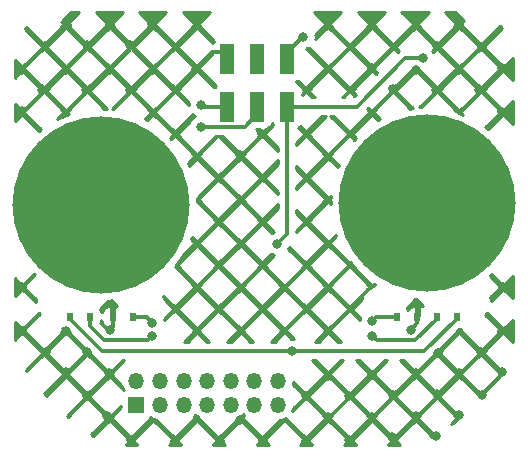
<source format=gbl>
G04 #@! TF.GenerationSoftware,KiCad,Pcbnew,5.0.0-rc2-be01b52~65~ubuntu16.04.1*
G04 #@! TF.CreationDate,2018-06-27T12:44:11+03:00*
G04 #@! TF.ProjectId,livolo_2_channels_1way_eu_switch,6C69766F6C6F5F325F6368616E6E656C,rev?*
G04 #@! TF.SameCoordinates,Original*
G04 #@! TF.FileFunction,Copper,L2,Bot,Signal*
G04 #@! TF.FilePolarity,Positive*
%FSLAX46Y46*%
G04 Gerber Fmt 4.6, Leading zero omitted, Abs format (unit mm)*
G04 Created by KiCad (PCBNEW 5.0.0-rc2-be01b52~65~ubuntu16.04.1) date Wed Jun 27 12:44:11 2018*
%MOMM*%
%LPD*%
G01*
G04 APERTURE LIST*
G04 #@! TA.AperFunction,Conductor*
%ADD10C,15.000000*%
G04 #@! TD*
G04 #@! TA.AperFunction,SMDPad,CuDef*
%ADD11R,0.600000X0.800000*%
G04 #@! TD*
G04 #@! TA.AperFunction,ComponentPad*
%ADD12O,1.350000X1.350000*%
G04 #@! TD*
G04 #@! TA.AperFunction,ComponentPad*
%ADD13R,1.350000X1.350000*%
G04 #@! TD*
G04 #@! TA.AperFunction,SMDPad,CuDef*
%ADD14R,1.270000X2.500000*%
G04 #@! TD*
G04 #@! TA.AperFunction,ViaPad*
%ADD15C,0.800000*%
G04 #@! TD*
G04 #@! TA.AperFunction,Conductor*
%ADD16C,0.300000*%
G04 #@! TD*
G04 #@! TA.AperFunction,Conductor*
%ADD17C,0.250000*%
G04 #@! TD*
G04 APERTURE END LIST*
D10*
G04 #@! TO.N,Net-(R10-Pad1)*
G04 #@! TO.C,U1*
X128675000Y-92600000D03*
G04 #@! TD*
G04 #@! TO.N,Net-(R4-Pad2)*
G04 #@! TO.C,U6*
X156225000Y-92500000D03*
G04 #@! TD*
D11*
G04 #@! TO.P,D3,2*
G04 #@! TO.N,Net-(D3-Pad2)*
X131350000Y-102150000D03*
G04 #@! TO.P,D3,1*
G04 #@! TO.N,GND*
X129650000Y-102150000D03*
G04 #@! TD*
G04 #@! TO.P,D4,1*
G04 #@! TO.N,Net-(D4-Pad1)*
X127700000Y-102150000D03*
G04 #@! TO.P,D4,2*
G04 #@! TO.N,+3V3*
X126000000Y-102150000D03*
G04 #@! TD*
G04 #@! TO.P,D5,1*
G04 #@! TO.N,Net-(D5-Pad1)*
X157100000Y-102150000D03*
G04 #@! TO.P,D5,2*
G04 #@! TO.N,+3V3*
X158800000Y-102150000D03*
G04 #@! TD*
G04 #@! TO.P,D6,2*
G04 #@! TO.N,Net-(D6-Pad2)*
X153750000Y-102150000D03*
G04 #@! TO.P,D6,1*
G04 #@! TO.N,GND*
X155450000Y-102150000D03*
G04 #@! TD*
D12*
G04 #@! TO.P,P4,14*
G04 #@! TO.N,N/C*
X143650000Y-107550000D03*
G04 #@! TO.P,P4,13*
G04 #@! TO.N,+3V3*
X143650000Y-109550000D03*
G04 #@! TO.P,P4,12*
G04 #@! TO.N,N/C*
X141650000Y-107550000D03*
G04 #@! TO.P,P4,11*
G04 #@! TO.N,GND*
X141650000Y-109550000D03*
G04 #@! TO.P,P4,10*
G04 #@! TO.N,N/C*
X139650000Y-107550000D03*
G04 #@! TO.P,P4,9*
X139650000Y-109550000D03*
G04 #@! TO.P,P4,8*
X137650000Y-107550000D03*
G04 #@! TO.P,P4,7*
X137650000Y-109550000D03*
G04 #@! TO.P,P4,6*
G04 #@! TO.N,/Relay1_Reset*
X135650000Y-107550000D03*
G04 #@! TO.P,P4,5*
G04 #@! TO.N,/Relay2_Set*
X135650000Y-109550000D03*
G04 #@! TO.P,P4,4*
G04 #@! TO.N,/Relay1_Set*
X133650000Y-107550000D03*
G04 #@! TO.P,P4,3*
G04 #@! TO.N,/Relay2_Reset*
X133650000Y-109550000D03*
G04 #@! TO.P,P4,2*
G04 #@! TO.N,N/C*
X131650000Y-107550000D03*
D13*
G04 #@! TO.P,P4,1*
X131650000Y-109550000D03*
G04 #@! TD*
D14*
G04 #@! TO.P,J1,1*
G04 #@! TO.N,+3V3*
X144400000Y-84300000D03*
G04 #@! TO.P,J1,3*
G04 #@! TO.N,/SWCLK*
X141900000Y-84300000D03*
G04 #@! TO.P,J1,5*
G04 #@! TO.N,/SWDIO*
X139360000Y-84300000D03*
G04 #@! TO.P,J1,6*
G04 #@! TO.N,GND*
X139360000Y-80300000D03*
G04 #@! TO.P,J1,4*
G04 #@! TO.N,N/C*
X141900000Y-80300000D03*
G04 #@! TO.P,J1,2*
G04 #@! TO.N,/XRES*
X144440000Y-80300000D03*
G04 #@! TD*
D15*
G04 #@! TO.N,+3V3*
X144800000Y-105000000D03*
X143600000Y-95900000D03*
X155900000Y-80200000D03*
G04 #@! TO.N,GND*
X154900000Y-103200000D03*
X129400000Y-103200000D03*
X140400000Y-110800000D03*
X151600000Y-81000000D03*
X136700000Y-81100000D03*
X122000000Y-81200000D03*
X123700000Y-82900000D03*
X127400000Y-82900000D03*
X131100000Y-82900000D03*
X125700000Y-81200000D03*
X129400000Y-81200000D03*
X133100000Y-81200000D03*
X127500000Y-79100000D03*
X125800000Y-77400000D03*
X129400000Y-77400000D03*
X131100000Y-79100000D03*
X155300000Y-81200000D03*
X157000000Y-82900000D03*
X159000000Y-81200000D03*
X160700000Y-82900000D03*
X162600000Y-81000000D03*
X160900000Y-79300000D03*
X125700000Y-106800000D03*
X124000000Y-105100000D03*
X127500000Y-108800000D03*
X129200000Y-110500000D03*
X153300000Y-112300000D03*
X151600000Y-110600000D03*
X147900000Y-107100000D03*
X149700000Y-108800000D03*
X151600000Y-107000000D03*
X155300000Y-110500000D03*
X157000000Y-112200000D03*
X153400000Y-108700000D03*
X155300000Y-106900000D03*
X159000000Y-110400000D03*
X157100000Y-108600000D03*
X160900000Y-108700000D03*
X157200000Y-105200000D03*
X159000000Y-106900000D03*
X162600000Y-106800000D03*
X160800000Y-105100000D03*
X129300000Y-106900000D03*
X127500000Y-105100000D03*
X131200000Y-112500000D03*
X134900000Y-112600000D03*
X138700000Y-112600000D03*
X142400000Y-112600000D03*
X146000000Y-112600000D03*
X149700000Y-112500000D03*
X147900000Y-110600000D03*
X146000000Y-108800000D03*
X162600000Y-103300000D03*
X162700000Y-99600000D03*
X159000000Y-77400000D03*
X123900000Y-79200000D03*
X133000000Y-77300000D03*
X122000000Y-99600000D03*
X122000000Y-103300000D03*
X125700000Y-103300000D03*
X122000000Y-84700000D03*
X162600000Y-84800000D03*
X153400000Y-82800000D03*
X157100000Y-79200000D03*
X140400000Y-88400000D03*
X142300000Y-86600000D03*
G04 #@! TO.N,Net-(D3-Pad2)*
X133000000Y-102600000D03*
G04 #@! TO.N,Net-(D4-Pad1)*
X133000000Y-103700000D03*
G04 #@! TO.N,Net-(D5-Pad1)*
X151600000Y-103700000D03*
G04 #@! TO.N,Net-(D6-Pad2)*
X151600000Y-102500000D03*
G04 #@! TO.N,/SWCLK*
X137100000Y-86000000D03*
G04 #@! TO.N,/SWDIO*
X137100000Y-84200000D03*
G04 #@! TO.N,Net-(R4-Pad2)*
X156225000Y-92500000D03*
G04 #@! TO.N,Net-(R10-Pad1)*
X128675000Y-92600000D03*
G04 #@! TO.N,/XRES*
X145800000Y-78400000D03*
G04 #@! TD*
D16*
G04 #@! TO.N,+3V3*
X126000000Y-102250000D02*
X128750000Y-105000000D01*
X128750000Y-105000000D02*
X144800000Y-105000000D01*
X156050000Y-105000000D02*
X158800000Y-102250000D01*
X158800000Y-102250000D02*
X158800000Y-102150000D01*
X126000000Y-102150000D02*
X126000000Y-102250000D01*
X156050000Y-105000000D02*
X144800000Y-105000000D01*
X144400000Y-95100000D02*
X143600000Y-95900000D01*
X144400000Y-84300000D02*
X144400000Y-95100000D01*
X154400000Y-80200000D02*
X155900000Y-80200000D01*
X150300000Y-84300000D02*
X154400000Y-80200000D01*
X144400000Y-84300000D02*
X150300000Y-84300000D01*
G04 #@! TO.N,GND*
X155450000Y-102650000D02*
X154900000Y-103200000D01*
X155450000Y-102150000D02*
X155450000Y-102650000D01*
X129650000Y-102950000D02*
X129400000Y-103200000D01*
X129650000Y-102150000D02*
X129650000Y-102950000D01*
X136300001Y-80700001D02*
X136700000Y-81100000D01*
X138100000Y-79700000D02*
X136700000Y-81100000D01*
X138760000Y-79700000D02*
X138100000Y-79700000D01*
X139360000Y-80300000D02*
X138760000Y-79700000D01*
G04 #@! TO.N,Net-(D3-Pad2)*
X132550000Y-102150000D02*
X133000000Y-102600000D01*
X131350000Y-102150000D02*
X132550000Y-102150000D01*
G04 #@! TO.N,Net-(D4-Pad1)*
X127700000Y-102150000D02*
X127700000Y-102850000D01*
X127700000Y-102850000D02*
X128949999Y-104099999D01*
X132600001Y-104099999D02*
X133000000Y-103700000D01*
X128949999Y-104099999D02*
X132600001Y-104099999D01*
G04 #@! TO.N,Net-(D5-Pad1)*
X151999999Y-104099999D02*
X151600000Y-103700000D01*
X155250001Y-104099999D02*
X151999999Y-104099999D01*
X157100000Y-102150000D02*
X157100000Y-102250000D01*
X157100000Y-102250000D02*
X155250001Y-104099999D01*
G04 #@! TO.N,Net-(D6-Pad2)*
X153750000Y-102150000D02*
X151950000Y-102150000D01*
X151950000Y-102150000D02*
X151600000Y-102500000D01*
G04 #@! TO.N,/SWCLK*
X140815000Y-86000000D02*
X137100000Y-86000000D01*
X141900000Y-84915000D02*
X140815000Y-86000000D01*
X141900000Y-84300000D02*
X141900000Y-84915000D01*
G04 #@! TO.N,/SWDIO*
X139360000Y-84300000D02*
X137200000Y-84300000D01*
X137200000Y-84300000D02*
X137100000Y-84200000D01*
G04 #@! TO.N,/XRES*
X144440000Y-79685000D02*
X145725000Y-78400000D01*
X144440000Y-80300000D02*
X144440000Y-79685000D01*
X145725000Y-78400000D02*
X145800000Y-78400000D01*
G04 #@! TD*
D17*
G04 #@! TO.N,GND*
G36*
X123431968Y-101776511D02*
X123489341Y-101833884D01*
X122161612Y-103161612D01*
X122134515Y-103202165D01*
X122125000Y-103250000D01*
X122134515Y-103297835D01*
X122161612Y-103338388D01*
X123711612Y-104888388D01*
X123752165Y-104915485D01*
X123800000Y-104925000D01*
X123847835Y-104915485D01*
X123888388Y-104888388D01*
X125438388Y-103338388D01*
X125465485Y-103297835D01*
X125475000Y-103250000D01*
X125465485Y-103202165D01*
X125438388Y-103161612D01*
X125339211Y-103062435D01*
X125351089Y-103072183D01*
X125459666Y-103130219D01*
X125577479Y-103165957D01*
X125700000Y-103178024D01*
X125832010Y-103178024D01*
X125843181Y-103189195D01*
X125834515Y-103202165D01*
X125825000Y-103250000D01*
X125834515Y-103297835D01*
X125861612Y-103338388D01*
X127411612Y-104888388D01*
X127452165Y-104915485D01*
X127500000Y-104925000D01*
X127547835Y-104915485D01*
X127560804Y-104906819D01*
X127743181Y-105089196D01*
X127734515Y-105102165D01*
X127725000Y-105150000D01*
X127734515Y-105197835D01*
X127761612Y-105238388D01*
X129311612Y-106788388D01*
X129352165Y-106815485D01*
X129400000Y-106825000D01*
X129447835Y-106815485D01*
X129488388Y-106788388D01*
X130501776Y-105775000D01*
X130648224Y-105775000D01*
X129561612Y-106861612D01*
X129534515Y-106902165D01*
X129525000Y-106950000D01*
X129534515Y-106997835D01*
X129561612Y-107038388D01*
X130386550Y-107863326D01*
X130443145Y-108049896D01*
X130563860Y-108275736D01*
X130615793Y-108339017D01*
X129488388Y-107211612D01*
X129447835Y-107184515D01*
X129400000Y-107175000D01*
X129352165Y-107184515D01*
X129311612Y-107211612D01*
X127761612Y-108761612D01*
X127734515Y-108802165D01*
X127725000Y-108850000D01*
X127734515Y-108897835D01*
X127761612Y-108938388D01*
X129311612Y-110488388D01*
X129352165Y-110515485D01*
X129400000Y-110525000D01*
X129447835Y-110515485D01*
X129488388Y-110488388D01*
X130346976Y-109629800D01*
X130346976Y-109776248D01*
X129561612Y-110561612D01*
X129534515Y-110602165D01*
X129525000Y-110650000D01*
X129534515Y-110697835D01*
X129561612Y-110738388D01*
X131111612Y-112288388D01*
X131152165Y-112315485D01*
X131200000Y-112325000D01*
X131247835Y-112315485D01*
X131288388Y-112288388D01*
X132838388Y-110738388D01*
X132865485Y-110697835D01*
X132875000Y-110650000D01*
X132865485Y-110602165D01*
X132846865Y-110574299D01*
X132847183Y-110573911D01*
X132847565Y-110573196D01*
X132924264Y-110636140D01*
X133150104Y-110756855D01*
X133336674Y-110813450D01*
X134811612Y-112288388D01*
X134852165Y-112315485D01*
X134900000Y-112325000D01*
X134947835Y-112315485D01*
X134988388Y-112288388D01*
X136538388Y-110738388D01*
X136565485Y-110697835D01*
X136575000Y-110650000D01*
X136565485Y-110602165D01*
X136538388Y-110561612D01*
X136506007Y-110529231D01*
X136573687Y-110473687D01*
X136629231Y-110406007D01*
X136711612Y-110488388D01*
X136752165Y-110515485D01*
X136785268Y-110522070D01*
X136924264Y-110636140D01*
X136927421Y-110637828D01*
X136925000Y-110650000D01*
X136934515Y-110697835D01*
X136961612Y-110738388D01*
X138511612Y-112288388D01*
X138552165Y-112315485D01*
X138600000Y-112325000D01*
X138647835Y-112315485D01*
X138688388Y-112288388D01*
X140238388Y-110738388D01*
X140265485Y-110697835D01*
X140266100Y-110694742D01*
X140375736Y-110636140D01*
X140514732Y-110522070D01*
X140547835Y-110515485D01*
X140588388Y-110488388D01*
X140710847Y-110365929D01*
X140779866Y-110443358D01*
X140661612Y-110561612D01*
X140634515Y-110602165D01*
X140625000Y-110650000D01*
X140634515Y-110697835D01*
X140661612Y-110738388D01*
X142211612Y-112288388D01*
X142252165Y-112315485D01*
X142300000Y-112325000D01*
X142347835Y-112315485D01*
X142388388Y-112288388D01*
X143839112Y-110837664D01*
X143904845Y-110831190D01*
X144149896Y-110756855D01*
X144327384Y-110661985D01*
X144334515Y-110697835D01*
X144361612Y-110738388D01*
X145911612Y-112288388D01*
X145952165Y-112315485D01*
X146000000Y-112325000D01*
X146047835Y-112315485D01*
X146088388Y-112288388D01*
X147638388Y-110738388D01*
X147665485Y-110697835D01*
X147675000Y-110650000D01*
X148025000Y-110650000D01*
X148034515Y-110697835D01*
X148061612Y-110738388D01*
X149611612Y-112288388D01*
X149652165Y-112315485D01*
X149700000Y-112325000D01*
X149747835Y-112315485D01*
X149788388Y-112288388D01*
X151338388Y-110738388D01*
X151365485Y-110697835D01*
X151375000Y-110650000D01*
X151725000Y-110650000D01*
X151734515Y-110697835D01*
X151761612Y-110738388D01*
X153311612Y-112288388D01*
X153352165Y-112315485D01*
X153400000Y-112325000D01*
X153447835Y-112315485D01*
X153488388Y-112288388D01*
X155038388Y-110738388D01*
X155065485Y-110697835D01*
X155075000Y-110650000D01*
X155065485Y-110602165D01*
X155038388Y-110561612D01*
X153488388Y-109011612D01*
X153447835Y-108984515D01*
X153400000Y-108975000D01*
X153352165Y-108984515D01*
X153311612Y-109011612D01*
X151761612Y-110561612D01*
X151734515Y-110602165D01*
X151725000Y-110650000D01*
X151375000Y-110650000D01*
X151365485Y-110602165D01*
X151338388Y-110561612D01*
X149788388Y-109011612D01*
X149747835Y-108984515D01*
X149700000Y-108975000D01*
X149652165Y-108984515D01*
X149611612Y-109011612D01*
X148061612Y-110561612D01*
X148034515Y-110602165D01*
X148025000Y-110650000D01*
X147675000Y-110650000D01*
X147665485Y-110602165D01*
X147638388Y-110561612D01*
X146088388Y-109011612D01*
X146047835Y-108984515D01*
X146000000Y-108975000D01*
X145952165Y-108984515D01*
X145911612Y-109011612D01*
X144837939Y-110085285D01*
X144856855Y-110049896D01*
X144913450Y-109863326D01*
X145838388Y-108938388D01*
X145865485Y-108897835D01*
X145875000Y-108850000D01*
X146225000Y-108850000D01*
X146234515Y-108897835D01*
X146261612Y-108938388D01*
X147811612Y-110488388D01*
X147852165Y-110515485D01*
X147900000Y-110525000D01*
X147947835Y-110515485D01*
X147988388Y-110488388D01*
X149538388Y-108938388D01*
X149565485Y-108897835D01*
X149575000Y-108850000D01*
X149925000Y-108850000D01*
X149934515Y-108897835D01*
X149961612Y-108938388D01*
X151511612Y-110488388D01*
X151552165Y-110515485D01*
X151600000Y-110525000D01*
X151647835Y-110515485D01*
X151688388Y-110488388D01*
X153238388Y-108938388D01*
X153265485Y-108897835D01*
X153275000Y-108850000D01*
X153625000Y-108850000D01*
X153634515Y-108897835D01*
X153661612Y-108938388D01*
X155211612Y-110488388D01*
X155252165Y-110515485D01*
X155300000Y-110525000D01*
X155347835Y-110515485D01*
X155388388Y-110488388D01*
X156938388Y-108938388D01*
X156965485Y-108897835D01*
X156975000Y-108850000D01*
X156965485Y-108802165D01*
X156938388Y-108761612D01*
X155388388Y-107211612D01*
X155347835Y-107184515D01*
X155300000Y-107175000D01*
X155252165Y-107184515D01*
X155211612Y-107211612D01*
X153661612Y-108761612D01*
X153634515Y-108802165D01*
X153625000Y-108850000D01*
X153275000Y-108850000D01*
X153265485Y-108802165D01*
X153238388Y-108761612D01*
X151688388Y-107211612D01*
X151647835Y-107184515D01*
X151600000Y-107175000D01*
X151552165Y-107184515D01*
X151511612Y-107211612D01*
X149961612Y-108761612D01*
X149934515Y-108802165D01*
X149925000Y-108850000D01*
X149575000Y-108850000D01*
X149565485Y-108802165D01*
X149538388Y-108761612D01*
X147988388Y-107211612D01*
X147947835Y-107184515D01*
X147900000Y-107175000D01*
X147852165Y-107184515D01*
X147811612Y-107211612D01*
X146261612Y-108761612D01*
X146234515Y-108802165D01*
X146225000Y-108850000D01*
X145875000Y-108850000D01*
X145865485Y-108802165D01*
X145838388Y-108761612D01*
X144919653Y-107842877D01*
X144931190Y-107804845D01*
X144948842Y-107625618D01*
X145911612Y-108588388D01*
X145952165Y-108615485D01*
X146000000Y-108625000D01*
X146047835Y-108615485D01*
X146088388Y-108588388D01*
X147638388Y-107038388D01*
X147665485Y-106997835D01*
X147675000Y-106950000D01*
X147665485Y-106902165D01*
X147638388Y-106861612D01*
X146551776Y-105775000D01*
X146798224Y-105775000D01*
X147811612Y-106788388D01*
X147852165Y-106815485D01*
X147900000Y-106825000D01*
X147947835Y-106815485D01*
X147988388Y-106788388D01*
X149001776Y-105775000D01*
X149148224Y-105775000D01*
X148061612Y-106861612D01*
X148034515Y-106902165D01*
X148025000Y-106950000D01*
X148034515Y-106997835D01*
X148061612Y-107038388D01*
X149611612Y-108588388D01*
X149652165Y-108615485D01*
X149700000Y-108625000D01*
X149747835Y-108615485D01*
X149788388Y-108588388D01*
X151338388Y-107038388D01*
X151365485Y-106997835D01*
X151375000Y-106950000D01*
X151365485Y-106902165D01*
X151338388Y-106861612D01*
X150251776Y-105775000D01*
X150498224Y-105775000D01*
X151511612Y-106788388D01*
X151552165Y-106815485D01*
X151600000Y-106825000D01*
X151647835Y-106815485D01*
X151688388Y-106788388D01*
X152701776Y-105775000D01*
X152848224Y-105775000D01*
X151761612Y-106861612D01*
X151734515Y-106902165D01*
X151725000Y-106950000D01*
X151734515Y-106997835D01*
X151761612Y-107038388D01*
X153311612Y-108588388D01*
X153352165Y-108615485D01*
X153400000Y-108625000D01*
X153447835Y-108615485D01*
X153488388Y-108588388D01*
X155038388Y-107038388D01*
X155065485Y-106997835D01*
X155075000Y-106950000D01*
X155425000Y-106950000D01*
X155434515Y-106997835D01*
X155461612Y-107038388D01*
X157011612Y-108588388D01*
X157052165Y-108615485D01*
X157100000Y-108625000D01*
X157147835Y-108615485D01*
X157188388Y-108588388D01*
X158738388Y-107038388D01*
X158765485Y-106997835D01*
X158775000Y-106950000D01*
X159125000Y-106950000D01*
X159134515Y-106997835D01*
X159161612Y-107038388D01*
X160711612Y-108588388D01*
X160752165Y-108615485D01*
X160800000Y-108625000D01*
X160847835Y-108615485D01*
X160888388Y-108588388D01*
X162438388Y-107038388D01*
X162465485Y-106997835D01*
X162475000Y-106950000D01*
X162465485Y-106902165D01*
X162438388Y-106861612D01*
X160888388Y-105311612D01*
X160847835Y-105284515D01*
X160800000Y-105275000D01*
X160752165Y-105284515D01*
X160711612Y-105311612D01*
X159161612Y-106861612D01*
X159134515Y-106902165D01*
X159125000Y-106950000D01*
X158775000Y-106950000D01*
X158765485Y-106902165D01*
X158738388Y-106861612D01*
X157188388Y-105311612D01*
X157147835Y-105284515D01*
X157100000Y-105275000D01*
X157052165Y-105284515D01*
X157011612Y-105311612D01*
X155461612Y-106861612D01*
X155434515Y-106902165D01*
X155425000Y-106950000D01*
X155075000Y-106950000D01*
X155065485Y-106902165D01*
X155038388Y-106861612D01*
X153951776Y-105775000D01*
X154198224Y-105775000D01*
X155211612Y-106788388D01*
X155252165Y-106815485D01*
X155300000Y-106825000D01*
X155347835Y-106815485D01*
X155388388Y-106788388D01*
X156938388Y-105238388D01*
X156965485Y-105197835D01*
X156969782Y-105176232D01*
X156996014Y-105150000D01*
X157325000Y-105150000D01*
X157334515Y-105197835D01*
X157361612Y-105238388D01*
X158911612Y-106788388D01*
X158952165Y-106815485D01*
X159000000Y-106825000D01*
X159047835Y-106815485D01*
X159088388Y-106788388D01*
X160638388Y-105238388D01*
X160665485Y-105197835D01*
X160675000Y-105150000D01*
X160665485Y-105102165D01*
X160638388Y-105061612D01*
X159088388Y-103511612D01*
X159047835Y-103484515D01*
X159000000Y-103475000D01*
X158952165Y-103484515D01*
X158911612Y-103511612D01*
X157361612Y-105061612D01*
X157334515Y-105102165D01*
X157325000Y-105150000D01*
X156996014Y-105150000D01*
X158967991Y-103178024D01*
X159100000Y-103178024D01*
X159154213Y-103172685D01*
X159134515Y-103202165D01*
X159125000Y-103250000D01*
X159134515Y-103297835D01*
X159161612Y-103338388D01*
X160711612Y-104888388D01*
X160752165Y-104915485D01*
X160800000Y-104925000D01*
X160847835Y-104915485D01*
X160888388Y-104888388D01*
X162438388Y-103338388D01*
X162465485Y-103297835D01*
X162475000Y-103250000D01*
X162465485Y-103202165D01*
X162438388Y-103161612D01*
X161185660Y-101908884D01*
X161308884Y-101785660D01*
X162611612Y-103088388D01*
X162652165Y-103115485D01*
X162700000Y-103125000D01*
X162747835Y-103115485D01*
X162788388Y-103088388D01*
X163525000Y-102351776D01*
X163525000Y-104248224D01*
X162788388Y-103511612D01*
X162747835Y-103484515D01*
X162700000Y-103475000D01*
X162652165Y-103484515D01*
X162611612Y-103511612D01*
X161061612Y-105061612D01*
X161034515Y-105102165D01*
X161025000Y-105150000D01*
X161034515Y-105197835D01*
X161061612Y-105238388D01*
X162611612Y-106788388D01*
X162621108Y-106794733D01*
X162382271Y-107163171D01*
X160669608Y-108877108D01*
X160675000Y-108850000D01*
X160665485Y-108802165D01*
X160638388Y-108761612D01*
X159088388Y-107211612D01*
X159047835Y-107184515D01*
X159000000Y-107175000D01*
X158952165Y-107184515D01*
X158911612Y-107211612D01*
X157361612Y-108761612D01*
X157334515Y-108802165D01*
X157325000Y-108850000D01*
X157334515Y-108897835D01*
X157361612Y-108938388D01*
X158911612Y-110488388D01*
X158952165Y-110515485D01*
X159000000Y-110525000D01*
X159028632Y-110519305D01*
X158470642Y-111077710D01*
X158256460Y-111220316D01*
X158738388Y-110738388D01*
X158765485Y-110697835D01*
X158775000Y-110650000D01*
X158765485Y-110602165D01*
X158738388Y-110561612D01*
X157188388Y-109011612D01*
X157147835Y-108984515D01*
X157100000Y-108975000D01*
X157052165Y-108984515D01*
X157011612Y-109011612D01*
X155461612Y-110561612D01*
X155434515Y-110602165D01*
X155425000Y-110650000D01*
X155434515Y-110697835D01*
X155461612Y-110738388D01*
X156868003Y-112144779D01*
X156720059Y-112243283D01*
X155388388Y-110911612D01*
X155347835Y-110884515D01*
X155300000Y-110875000D01*
X155252165Y-110884515D01*
X155211612Y-110911612D01*
X153661612Y-112461612D01*
X153634515Y-112502165D01*
X153625000Y-112550000D01*
X153634515Y-112597835D01*
X153661612Y-112638388D01*
X153949544Y-112926320D01*
X152950456Y-112926320D01*
X153238388Y-112638388D01*
X153265485Y-112597835D01*
X153275000Y-112550000D01*
X153265485Y-112502165D01*
X153238388Y-112461612D01*
X151688388Y-110911612D01*
X151647835Y-110884515D01*
X151600000Y-110875000D01*
X151552165Y-110884515D01*
X151511612Y-110911612D01*
X149961612Y-112461612D01*
X149934515Y-112502165D01*
X149925000Y-112550000D01*
X149934515Y-112597835D01*
X149961612Y-112638388D01*
X150249544Y-112926320D01*
X149250456Y-112926320D01*
X149538388Y-112638388D01*
X149565485Y-112597835D01*
X149575000Y-112550000D01*
X149565485Y-112502165D01*
X149538388Y-112461612D01*
X147988388Y-110911612D01*
X147947835Y-110884515D01*
X147900000Y-110875000D01*
X147852165Y-110884515D01*
X147811612Y-110911612D01*
X146261612Y-112461612D01*
X146234515Y-112502165D01*
X146225000Y-112550000D01*
X146234515Y-112597835D01*
X146261612Y-112638388D01*
X146549544Y-112926320D01*
X145550456Y-112926320D01*
X145838388Y-112638388D01*
X145865485Y-112597835D01*
X145875000Y-112550000D01*
X145865485Y-112502165D01*
X145838388Y-112461612D01*
X144288388Y-110911612D01*
X144247835Y-110884515D01*
X144200000Y-110875000D01*
X144152165Y-110884515D01*
X144111612Y-110911612D01*
X142561612Y-112461612D01*
X142534515Y-112502165D01*
X142525000Y-112550000D01*
X142534515Y-112597835D01*
X142561612Y-112638388D01*
X142849544Y-112926320D01*
X141850456Y-112926320D01*
X142138388Y-112638388D01*
X142165485Y-112597835D01*
X142175000Y-112550000D01*
X142165485Y-112502165D01*
X142138388Y-112461612D01*
X140588388Y-110911612D01*
X140547835Y-110884515D01*
X140500000Y-110875000D01*
X140452165Y-110884515D01*
X140411612Y-110911612D01*
X138861612Y-112461612D01*
X138834515Y-112502165D01*
X138825000Y-112550000D01*
X138834515Y-112597835D01*
X138861612Y-112638388D01*
X139149544Y-112926320D01*
X138150456Y-112926320D01*
X138438388Y-112638388D01*
X138465485Y-112597835D01*
X138475000Y-112550000D01*
X138465485Y-112502165D01*
X138438388Y-112461612D01*
X136888388Y-110911612D01*
X136847835Y-110884515D01*
X136800000Y-110875000D01*
X136752165Y-110884515D01*
X136711612Y-110911612D01*
X135161612Y-112461612D01*
X135134515Y-112502165D01*
X135125000Y-112550000D01*
X135134515Y-112597835D01*
X135161612Y-112638388D01*
X135449544Y-112926320D01*
X134450456Y-112926320D01*
X134738388Y-112638388D01*
X134765485Y-112597835D01*
X134775000Y-112550000D01*
X134765485Y-112502165D01*
X134738388Y-112461612D01*
X133188388Y-110911612D01*
X133147835Y-110884515D01*
X133100000Y-110875000D01*
X133052165Y-110884515D01*
X133011612Y-110911612D01*
X131461612Y-112461612D01*
X131434515Y-112502165D01*
X131425000Y-112550000D01*
X131434515Y-112597835D01*
X131461612Y-112638388D01*
X131749544Y-112926320D01*
X130750456Y-112926320D01*
X131038388Y-112638388D01*
X131065485Y-112597835D01*
X131075000Y-112550000D01*
X131065485Y-112502165D01*
X131038388Y-112461612D01*
X129488388Y-110911612D01*
X129447835Y-110884515D01*
X129400000Y-110875000D01*
X129352165Y-110884515D01*
X129311612Y-110911612D01*
X128019535Y-112203689D01*
X127811560Y-112065216D01*
X129138388Y-110738388D01*
X129165485Y-110697835D01*
X129175000Y-110650000D01*
X129165485Y-110602165D01*
X129138388Y-110561612D01*
X127588388Y-109011612D01*
X127547835Y-108984515D01*
X127500000Y-108975000D01*
X127452165Y-108984515D01*
X127411612Y-109011612D01*
X125861612Y-110561612D01*
X125844301Y-110587519D01*
X125763040Y-110505326D01*
X125788388Y-110488388D01*
X127338388Y-108938388D01*
X127365485Y-108897835D01*
X127375000Y-108850000D01*
X127365485Y-108802165D01*
X127338388Y-108761612D01*
X125788388Y-107211612D01*
X125747835Y-107184515D01*
X125700000Y-107175000D01*
X125652165Y-107184515D01*
X125611612Y-107211612D01*
X124061612Y-108761612D01*
X124052530Y-108775204D01*
X123876009Y-108596659D01*
X123888388Y-108588388D01*
X125438388Y-107038388D01*
X125465485Y-106997835D01*
X125475000Y-106950000D01*
X125825000Y-106950000D01*
X125834515Y-106997835D01*
X125861612Y-107038388D01*
X127411612Y-108588388D01*
X127452165Y-108615485D01*
X127500000Y-108625000D01*
X127547835Y-108615485D01*
X127588388Y-108588388D01*
X129138388Y-107038388D01*
X129165485Y-106997835D01*
X129175000Y-106950000D01*
X129165485Y-106902165D01*
X129138388Y-106861612D01*
X127588388Y-105311612D01*
X127547835Y-105284515D01*
X127500000Y-105275000D01*
X127452165Y-105284515D01*
X127411612Y-105311612D01*
X125861612Y-106861612D01*
X125834515Y-106902165D01*
X125825000Y-106950000D01*
X125475000Y-106950000D01*
X125465485Y-106902165D01*
X125438388Y-106861612D01*
X123888388Y-105311612D01*
X123847835Y-105284515D01*
X123800000Y-105275000D01*
X123752165Y-105284515D01*
X123711612Y-105311612D01*
X122344312Y-106678912D01*
X122281828Y-106594948D01*
X123638388Y-105238388D01*
X123665485Y-105197835D01*
X123675000Y-105150000D01*
X124025000Y-105150000D01*
X124034515Y-105197835D01*
X124061612Y-105238388D01*
X125611612Y-106788388D01*
X125652165Y-106815485D01*
X125700000Y-106825000D01*
X125747835Y-106815485D01*
X125788388Y-106788388D01*
X127338388Y-105238388D01*
X127365485Y-105197835D01*
X127375000Y-105150000D01*
X127365485Y-105102165D01*
X127338388Y-105061612D01*
X125788388Y-103511612D01*
X125747835Y-103484515D01*
X125700000Y-103475000D01*
X125652165Y-103484515D01*
X125611612Y-103511612D01*
X124061612Y-105061612D01*
X124034515Y-105102165D01*
X124025000Y-105150000D01*
X123675000Y-105150000D01*
X123665485Y-105102165D01*
X123638388Y-105061612D01*
X122088388Y-103511612D01*
X122047835Y-103484515D01*
X122000000Y-103475000D01*
X121952165Y-103484515D01*
X121911612Y-103511612D01*
X121375000Y-104048224D01*
X121375000Y-102551776D01*
X121911612Y-103088388D01*
X121952165Y-103115485D01*
X122000000Y-103125000D01*
X122047835Y-103115485D01*
X122088388Y-103088388D01*
X123419270Y-101757506D01*
X123431968Y-101776511D01*
X123431968Y-101776511D01*
G37*
X123431968Y-101776511D02*
X123489341Y-101833884D01*
X122161612Y-103161612D01*
X122134515Y-103202165D01*
X122125000Y-103250000D01*
X122134515Y-103297835D01*
X122161612Y-103338388D01*
X123711612Y-104888388D01*
X123752165Y-104915485D01*
X123800000Y-104925000D01*
X123847835Y-104915485D01*
X123888388Y-104888388D01*
X125438388Y-103338388D01*
X125465485Y-103297835D01*
X125475000Y-103250000D01*
X125465485Y-103202165D01*
X125438388Y-103161612D01*
X125339211Y-103062435D01*
X125351089Y-103072183D01*
X125459666Y-103130219D01*
X125577479Y-103165957D01*
X125700000Y-103178024D01*
X125832010Y-103178024D01*
X125843181Y-103189195D01*
X125834515Y-103202165D01*
X125825000Y-103250000D01*
X125834515Y-103297835D01*
X125861612Y-103338388D01*
X127411612Y-104888388D01*
X127452165Y-104915485D01*
X127500000Y-104925000D01*
X127547835Y-104915485D01*
X127560804Y-104906819D01*
X127743181Y-105089196D01*
X127734515Y-105102165D01*
X127725000Y-105150000D01*
X127734515Y-105197835D01*
X127761612Y-105238388D01*
X129311612Y-106788388D01*
X129352165Y-106815485D01*
X129400000Y-106825000D01*
X129447835Y-106815485D01*
X129488388Y-106788388D01*
X130501776Y-105775000D01*
X130648224Y-105775000D01*
X129561612Y-106861612D01*
X129534515Y-106902165D01*
X129525000Y-106950000D01*
X129534515Y-106997835D01*
X129561612Y-107038388D01*
X130386550Y-107863326D01*
X130443145Y-108049896D01*
X130563860Y-108275736D01*
X130615793Y-108339017D01*
X129488388Y-107211612D01*
X129447835Y-107184515D01*
X129400000Y-107175000D01*
X129352165Y-107184515D01*
X129311612Y-107211612D01*
X127761612Y-108761612D01*
X127734515Y-108802165D01*
X127725000Y-108850000D01*
X127734515Y-108897835D01*
X127761612Y-108938388D01*
X129311612Y-110488388D01*
X129352165Y-110515485D01*
X129400000Y-110525000D01*
X129447835Y-110515485D01*
X129488388Y-110488388D01*
X130346976Y-109629800D01*
X130346976Y-109776248D01*
X129561612Y-110561612D01*
X129534515Y-110602165D01*
X129525000Y-110650000D01*
X129534515Y-110697835D01*
X129561612Y-110738388D01*
X131111612Y-112288388D01*
X131152165Y-112315485D01*
X131200000Y-112325000D01*
X131247835Y-112315485D01*
X131288388Y-112288388D01*
X132838388Y-110738388D01*
X132865485Y-110697835D01*
X132875000Y-110650000D01*
X132865485Y-110602165D01*
X132846865Y-110574299D01*
X132847183Y-110573911D01*
X132847565Y-110573196D01*
X132924264Y-110636140D01*
X133150104Y-110756855D01*
X133336674Y-110813450D01*
X134811612Y-112288388D01*
X134852165Y-112315485D01*
X134900000Y-112325000D01*
X134947835Y-112315485D01*
X134988388Y-112288388D01*
X136538388Y-110738388D01*
X136565485Y-110697835D01*
X136575000Y-110650000D01*
X136565485Y-110602165D01*
X136538388Y-110561612D01*
X136506007Y-110529231D01*
X136573687Y-110473687D01*
X136629231Y-110406007D01*
X136711612Y-110488388D01*
X136752165Y-110515485D01*
X136785268Y-110522070D01*
X136924264Y-110636140D01*
X136927421Y-110637828D01*
X136925000Y-110650000D01*
X136934515Y-110697835D01*
X136961612Y-110738388D01*
X138511612Y-112288388D01*
X138552165Y-112315485D01*
X138600000Y-112325000D01*
X138647835Y-112315485D01*
X138688388Y-112288388D01*
X140238388Y-110738388D01*
X140265485Y-110697835D01*
X140266100Y-110694742D01*
X140375736Y-110636140D01*
X140514732Y-110522070D01*
X140547835Y-110515485D01*
X140588388Y-110488388D01*
X140710847Y-110365929D01*
X140779866Y-110443358D01*
X140661612Y-110561612D01*
X140634515Y-110602165D01*
X140625000Y-110650000D01*
X140634515Y-110697835D01*
X140661612Y-110738388D01*
X142211612Y-112288388D01*
X142252165Y-112315485D01*
X142300000Y-112325000D01*
X142347835Y-112315485D01*
X142388388Y-112288388D01*
X143839112Y-110837664D01*
X143904845Y-110831190D01*
X144149896Y-110756855D01*
X144327384Y-110661985D01*
X144334515Y-110697835D01*
X144361612Y-110738388D01*
X145911612Y-112288388D01*
X145952165Y-112315485D01*
X146000000Y-112325000D01*
X146047835Y-112315485D01*
X146088388Y-112288388D01*
X147638388Y-110738388D01*
X147665485Y-110697835D01*
X147675000Y-110650000D01*
X148025000Y-110650000D01*
X148034515Y-110697835D01*
X148061612Y-110738388D01*
X149611612Y-112288388D01*
X149652165Y-112315485D01*
X149700000Y-112325000D01*
X149747835Y-112315485D01*
X149788388Y-112288388D01*
X151338388Y-110738388D01*
X151365485Y-110697835D01*
X151375000Y-110650000D01*
X151725000Y-110650000D01*
X151734515Y-110697835D01*
X151761612Y-110738388D01*
X153311612Y-112288388D01*
X153352165Y-112315485D01*
X153400000Y-112325000D01*
X153447835Y-112315485D01*
X153488388Y-112288388D01*
X155038388Y-110738388D01*
X155065485Y-110697835D01*
X155075000Y-110650000D01*
X155065485Y-110602165D01*
X155038388Y-110561612D01*
X153488388Y-109011612D01*
X153447835Y-108984515D01*
X153400000Y-108975000D01*
X153352165Y-108984515D01*
X153311612Y-109011612D01*
X151761612Y-110561612D01*
X151734515Y-110602165D01*
X151725000Y-110650000D01*
X151375000Y-110650000D01*
X151365485Y-110602165D01*
X151338388Y-110561612D01*
X149788388Y-109011612D01*
X149747835Y-108984515D01*
X149700000Y-108975000D01*
X149652165Y-108984515D01*
X149611612Y-109011612D01*
X148061612Y-110561612D01*
X148034515Y-110602165D01*
X148025000Y-110650000D01*
X147675000Y-110650000D01*
X147665485Y-110602165D01*
X147638388Y-110561612D01*
X146088388Y-109011612D01*
X146047835Y-108984515D01*
X146000000Y-108975000D01*
X145952165Y-108984515D01*
X145911612Y-109011612D01*
X144837939Y-110085285D01*
X144856855Y-110049896D01*
X144913450Y-109863326D01*
X145838388Y-108938388D01*
X145865485Y-108897835D01*
X145875000Y-108850000D01*
X146225000Y-108850000D01*
X146234515Y-108897835D01*
X146261612Y-108938388D01*
X147811612Y-110488388D01*
X147852165Y-110515485D01*
X147900000Y-110525000D01*
X147947835Y-110515485D01*
X147988388Y-110488388D01*
X149538388Y-108938388D01*
X149565485Y-108897835D01*
X149575000Y-108850000D01*
X149925000Y-108850000D01*
X149934515Y-108897835D01*
X149961612Y-108938388D01*
X151511612Y-110488388D01*
X151552165Y-110515485D01*
X151600000Y-110525000D01*
X151647835Y-110515485D01*
X151688388Y-110488388D01*
X153238388Y-108938388D01*
X153265485Y-108897835D01*
X153275000Y-108850000D01*
X153625000Y-108850000D01*
X153634515Y-108897835D01*
X153661612Y-108938388D01*
X155211612Y-110488388D01*
X155252165Y-110515485D01*
X155300000Y-110525000D01*
X155347835Y-110515485D01*
X155388388Y-110488388D01*
X156938388Y-108938388D01*
X156965485Y-108897835D01*
X156975000Y-108850000D01*
X156965485Y-108802165D01*
X156938388Y-108761612D01*
X155388388Y-107211612D01*
X155347835Y-107184515D01*
X155300000Y-107175000D01*
X155252165Y-107184515D01*
X155211612Y-107211612D01*
X153661612Y-108761612D01*
X153634515Y-108802165D01*
X153625000Y-108850000D01*
X153275000Y-108850000D01*
X153265485Y-108802165D01*
X153238388Y-108761612D01*
X151688388Y-107211612D01*
X151647835Y-107184515D01*
X151600000Y-107175000D01*
X151552165Y-107184515D01*
X151511612Y-107211612D01*
X149961612Y-108761612D01*
X149934515Y-108802165D01*
X149925000Y-108850000D01*
X149575000Y-108850000D01*
X149565485Y-108802165D01*
X149538388Y-108761612D01*
X147988388Y-107211612D01*
X147947835Y-107184515D01*
X147900000Y-107175000D01*
X147852165Y-107184515D01*
X147811612Y-107211612D01*
X146261612Y-108761612D01*
X146234515Y-108802165D01*
X146225000Y-108850000D01*
X145875000Y-108850000D01*
X145865485Y-108802165D01*
X145838388Y-108761612D01*
X144919653Y-107842877D01*
X144931190Y-107804845D01*
X144948842Y-107625618D01*
X145911612Y-108588388D01*
X145952165Y-108615485D01*
X146000000Y-108625000D01*
X146047835Y-108615485D01*
X146088388Y-108588388D01*
X147638388Y-107038388D01*
X147665485Y-106997835D01*
X147675000Y-106950000D01*
X147665485Y-106902165D01*
X147638388Y-106861612D01*
X146551776Y-105775000D01*
X146798224Y-105775000D01*
X147811612Y-106788388D01*
X147852165Y-106815485D01*
X147900000Y-106825000D01*
X147947835Y-106815485D01*
X147988388Y-106788388D01*
X149001776Y-105775000D01*
X149148224Y-105775000D01*
X148061612Y-106861612D01*
X148034515Y-106902165D01*
X148025000Y-106950000D01*
X148034515Y-106997835D01*
X148061612Y-107038388D01*
X149611612Y-108588388D01*
X149652165Y-108615485D01*
X149700000Y-108625000D01*
X149747835Y-108615485D01*
X149788388Y-108588388D01*
X151338388Y-107038388D01*
X151365485Y-106997835D01*
X151375000Y-106950000D01*
X151365485Y-106902165D01*
X151338388Y-106861612D01*
X150251776Y-105775000D01*
X150498224Y-105775000D01*
X151511612Y-106788388D01*
X151552165Y-106815485D01*
X151600000Y-106825000D01*
X151647835Y-106815485D01*
X151688388Y-106788388D01*
X152701776Y-105775000D01*
X152848224Y-105775000D01*
X151761612Y-106861612D01*
X151734515Y-106902165D01*
X151725000Y-106950000D01*
X151734515Y-106997835D01*
X151761612Y-107038388D01*
X153311612Y-108588388D01*
X153352165Y-108615485D01*
X153400000Y-108625000D01*
X153447835Y-108615485D01*
X153488388Y-108588388D01*
X155038388Y-107038388D01*
X155065485Y-106997835D01*
X155075000Y-106950000D01*
X155425000Y-106950000D01*
X155434515Y-106997835D01*
X155461612Y-107038388D01*
X157011612Y-108588388D01*
X157052165Y-108615485D01*
X157100000Y-108625000D01*
X157147835Y-108615485D01*
X157188388Y-108588388D01*
X158738388Y-107038388D01*
X158765485Y-106997835D01*
X158775000Y-106950000D01*
X159125000Y-106950000D01*
X159134515Y-106997835D01*
X159161612Y-107038388D01*
X160711612Y-108588388D01*
X160752165Y-108615485D01*
X160800000Y-108625000D01*
X160847835Y-108615485D01*
X160888388Y-108588388D01*
X162438388Y-107038388D01*
X162465485Y-106997835D01*
X162475000Y-106950000D01*
X162465485Y-106902165D01*
X162438388Y-106861612D01*
X160888388Y-105311612D01*
X160847835Y-105284515D01*
X160800000Y-105275000D01*
X160752165Y-105284515D01*
X160711612Y-105311612D01*
X159161612Y-106861612D01*
X159134515Y-106902165D01*
X159125000Y-106950000D01*
X158775000Y-106950000D01*
X158765485Y-106902165D01*
X158738388Y-106861612D01*
X157188388Y-105311612D01*
X157147835Y-105284515D01*
X157100000Y-105275000D01*
X157052165Y-105284515D01*
X157011612Y-105311612D01*
X155461612Y-106861612D01*
X155434515Y-106902165D01*
X155425000Y-106950000D01*
X155075000Y-106950000D01*
X155065485Y-106902165D01*
X155038388Y-106861612D01*
X153951776Y-105775000D01*
X154198224Y-105775000D01*
X155211612Y-106788388D01*
X155252165Y-106815485D01*
X155300000Y-106825000D01*
X155347835Y-106815485D01*
X155388388Y-106788388D01*
X156938388Y-105238388D01*
X156965485Y-105197835D01*
X156969782Y-105176232D01*
X156996014Y-105150000D01*
X157325000Y-105150000D01*
X157334515Y-105197835D01*
X157361612Y-105238388D01*
X158911612Y-106788388D01*
X158952165Y-106815485D01*
X159000000Y-106825000D01*
X159047835Y-106815485D01*
X159088388Y-106788388D01*
X160638388Y-105238388D01*
X160665485Y-105197835D01*
X160675000Y-105150000D01*
X160665485Y-105102165D01*
X160638388Y-105061612D01*
X159088388Y-103511612D01*
X159047835Y-103484515D01*
X159000000Y-103475000D01*
X158952165Y-103484515D01*
X158911612Y-103511612D01*
X157361612Y-105061612D01*
X157334515Y-105102165D01*
X157325000Y-105150000D01*
X156996014Y-105150000D01*
X158967991Y-103178024D01*
X159100000Y-103178024D01*
X159154213Y-103172685D01*
X159134515Y-103202165D01*
X159125000Y-103250000D01*
X159134515Y-103297835D01*
X159161612Y-103338388D01*
X160711612Y-104888388D01*
X160752165Y-104915485D01*
X160800000Y-104925000D01*
X160847835Y-104915485D01*
X160888388Y-104888388D01*
X162438388Y-103338388D01*
X162465485Y-103297835D01*
X162475000Y-103250000D01*
X162465485Y-103202165D01*
X162438388Y-103161612D01*
X161185660Y-101908884D01*
X161308884Y-101785660D01*
X162611612Y-103088388D01*
X162652165Y-103115485D01*
X162700000Y-103125000D01*
X162747835Y-103115485D01*
X162788388Y-103088388D01*
X163525000Y-102351776D01*
X163525000Y-104248224D01*
X162788388Y-103511612D01*
X162747835Y-103484515D01*
X162700000Y-103475000D01*
X162652165Y-103484515D01*
X162611612Y-103511612D01*
X161061612Y-105061612D01*
X161034515Y-105102165D01*
X161025000Y-105150000D01*
X161034515Y-105197835D01*
X161061612Y-105238388D01*
X162611612Y-106788388D01*
X162621108Y-106794733D01*
X162382271Y-107163171D01*
X160669608Y-108877108D01*
X160675000Y-108850000D01*
X160665485Y-108802165D01*
X160638388Y-108761612D01*
X159088388Y-107211612D01*
X159047835Y-107184515D01*
X159000000Y-107175000D01*
X158952165Y-107184515D01*
X158911612Y-107211612D01*
X157361612Y-108761612D01*
X157334515Y-108802165D01*
X157325000Y-108850000D01*
X157334515Y-108897835D01*
X157361612Y-108938388D01*
X158911612Y-110488388D01*
X158952165Y-110515485D01*
X159000000Y-110525000D01*
X159028632Y-110519305D01*
X158470642Y-111077710D01*
X158256460Y-111220316D01*
X158738388Y-110738388D01*
X158765485Y-110697835D01*
X158775000Y-110650000D01*
X158765485Y-110602165D01*
X158738388Y-110561612D01*
X157188388Y-109011612D01*
X157147835Y-108984515D01*
X157100000Y-108975000D01*
X157052165Y-108984515D01*
X157011612Y-109011612D01*
X155461612Y-110561612D01*
X155434515Y-110602165D01*
X155425000Y-110650000D01*
X155434515Y-110697835D01*
X155461612Y-110738388D01*
X156868003Y-112144779D01*
X156720059Y-112243283D01*
X155388388Y-110911612D01*
X155347835Y-110884515D01*
X155300000Y-110875000D01*
X155252165Y-110884515D01*
X155211612Y-110911612D01*
X153661612Y-112461612D01*
X153634515Y-112502165D01*
X153625000Y-112550000D01*
X153634515Y-112597835D01*
X153661612Y-112638388D01*
X153949544Y-112926320D01*
X152950456Y-112926320D01*
X153238388Y-112638388D01*
X153265485Y-112597835D01*
X153275000Y-112550000D01*
X153265485Y-112502165D01*
X153238388Y-112461612D01*
X151688388Y-110911612D01*
X151647835Y-110884515D01*
X151600000Y-110875000D01*
X151552165Y-110884515D01*
X151511612Y-110911612D01*
X149961612Y-112461612D01*
X149934515Y-112502165D01*
X149925000Y-112550000D01*
X149934515Y-112597835D01*
X149961612Y-112638388D01*
X150249544Y-112926320D01*
X149250456Y-112926320D01*
X149538388Y-112638388D01*
X149565485Y-112597835D01*
X149575000Y-112550000D01*
X149565485Y-112502165D01*
X149538388Y-112461612D01*
X147988388Y-110911612D01*
X147947835Y-110884515D01*
X147900000Y-110875000D01*
X147852165Y-110884515D01*
X147811612Y-110911612D01*
X146261612Y-112461612D01*
X146234515Y-112502165D01*
X146225000Y-112550000D01*
X146234515Y-112597835D01*
X146261612Y-112638388D01*
X146549544Y-112926320D01*
X145550456Y-112926320D01*
X145838388Y-112638388D01*
X145865485Y-112597835D01*
X145875000Y-112550000D01*
X145865485Y-112502165D01*
X145838388Y-112461612D01*
X144288388Y-110911612D01*
X144247835Y-110884515D01*
X144200000Y-110875000D01*
X144152165Y-110884515D01*
X144111612Y-110911612D01*
X142561612Y-112461612D01*
X142534515Y-112502165D01*
X142525000Y-112550000D01*
X142534515Y-112597835D01*
X142561612Y-112638388D01*
X142849544Y-112926320D01*
X141850456Y-112926320D01*
X142138388Y-112638388D01*
X142165485Y-112597835D01*
X142175000Y-112550000D01*
X142165485Y-112502165D01*
X142138388Y-112461612D01*
X140588388Y-110911612D01*
X140547835Y-110884515D01*
X140500000Y-110875000D01*
X140452165Y-110884515D01*
X140411612Y-110911612D01*
X138861612Y-112461612D01*
X138834515Y-112502165D01*
X138825000Y-112550000D01*
X138834515Y-112597835D01*
X138861612Y-112638388D01*
X139149544Y-112926320D01*
X138150456Y-112926320D01*
X138438388Y-112638388D01*
X138465485Y-112597835D01*
X138475000Y-112550000D01*
X138465485Y-112502165D01*
X138438388Y-112461612D01*
X136888388Y-110911612D01*
X136847835Y-110884515D01*
X136800000Y-110875000D01*
X136752165Y-110884515D01*
X136711612Y-110911612D01*
X135161612Y-112461612D01*
X135134515Y-112502165D01*
X135125000Y-112550000D01*
X135134515Y-112597835D01*
X135161612Y-112638388D01*
X135449544Y-112926320D01*
X134450456Y-112926320D01*
X134738388Y-112638388D01*
X134765485Y-112597835D01*
X134775000Y-112550000D01*
X134765485Y-112502165D01*
X134738388Y-112461612D01*
X133188388Y-110911612D01*
X133147835Y-110884515D01*
X133100000Y-110875000D01*
X133052165Y-110884515D01*
X133011612Y-110911612D01*
X131461612Y-112461612D01*
X131434515Y-112502165D01*
X131425000Y-112550000D01*
X131434515Y-112597835D01*
X131461612Y-112638388D01*
X131749544Y-112926320D01*
X130750456Y-112926320D01*
X131038388Y-112638388D01*
X131065485Y-112597835D01*
X131075000Y-112550000D01*
X131065485Y-112502165D01*
X131038388Y-112461612D01*
X129488388Y-110911612D01*
X129447835Y-110884515D01*
X129400000Y-110875000D01*
X129352165Y-110884515D01*
X129311612Y-110911612D01*
X128019535Y-112203689D01*
X127811560Y-112065216D01*
X129138388Y-110738388D01*
X129165485Y-110697835D01*
X129175000Y-110650000D01*
X129165485Y-110602165D01*
X129138388Y-110561612D01*
X127588388Y-109011612D01*
X127547835Y-108984515D01*
X127500000Y-108975000D01*
X127452165Y-108984515D01*
X127411612Y-109011612D01*
X125861612Y-110561612D01*
X125844301Y-110587519D01*
X125763040Y-110505326D01*
X125788388Y-110488388D01*
X127338388Y-108938388D01*
X127365485Y-108897835D01*
X127375000Y-108850000D01*
X127365485Y-108802165D01*
X127338388Y-108761612D01*
X125788388Y-107211612D01*
X125747835Y-107184515D01*
X125700000Y-107175000D01*
X125652165Y-107184515D01*
X125611612Y-107211612D01*
X124061612Y-108761612D01*
X124052530Y-108775204D01*
X123876009Y-108596659D01*
X123888388Y-108588388D01*
X125438388Y-107038388D01*
X125465485Y-106997835D01*
X125475000Y-106950000D01*
X125825000Y-106950000D01*
X125834515Y-106997835D01*
X125861612Y-107038388D01*
X127411612Y-108588388D01*
X127452165Y-108615485D01*
X127500000Y-108625000D01*
X127547835Y-108615485D01*
X127588388Y-108588388D01*
X129138388Y-107038388D01*
X129165485Y-106997835D01*
X129175000Y-106950000D01*
X129165485Y-106902165D01*
X129138388Y-106861612D01*
X127588388Y-105311612D01*
X127547835Y-105284515D01*
X127500000Y-105275000D01*
X127452165Y-105284515D01*
X127411612Y-105311612D01*
X125861612Y-106861612D01*
X125834515Y-106902165D01*
X125825000Y-106950000D01*
X125475000Y-106950000D01*
X125465485Y-106902165D01*
X125438388Y-106861612D01*
X123888388Y-105311612D01*
X123847835Y-105284515D01*
X123800000Y-105275000D01*
X123752165Y-105284515D01*
X123711612Y-105311612D01*
X122344312Y-106678912D01*
X122281828Y-106594948D01*
X123638388Y-105238388D01*
X123665485Y-105197835D01*
X123675000Y-105150000D01*
X124025000Y-105150000D01*
X124034515Y-105197835D01*
X124061612Y-105238388D01*
X125611612Y-106788388D01*
X125652165Y-106815485D01*
X125700000Y-106825000D01*
X125747835Y-106815485D01*
X125788388Y-106788388D01*
X127338388Y-105238388D01*
X127365485Y-105197835D01*
X127375000Y-105150000D01*
X127365485Y-105102165D01*
X127338388Y-105061612D01*
X125788388Y-103511612D01*
X125747835Y-103484515D01*
X125700000Y-103475000D01*
X125652165Y-103484515D01*
X125611612Y-103511612D01*
X124061612Y-105061612D01*
X124034515Y-105102165D01*
X124025000Y-105150000D01*
X123675000Y-105150000D01*
X123665485Y-105102165D01*
X123638388Y-105061612D01*
X122088388Y-103511612D01*
X122047835Y-103484515D01*
X122000000Y-103475000D01*
X121952165Y-103484515D01*
X121911612Y-103511612D01*
X121375000Y-104048224D01*
X121375000Y-102551776D01*
X121911612Y-103088388D01*
X121952165Y-103115485D01*
X122000000Y-103125000D01*
X122047835Y-103115485D01*
X122088388Y-103088388D01*
X123419270Y-101757506D01*
X123431968Y-101776511D01*
G36*
X141750000Y-109450000D02*
X141770000Y-109450000D01*
X141770000Y-109453224D01*
X141550000Y-109673224D01*
X141550000Y-109650000D01*
X141530000Y-109650000D01*
X141530000Y-109546776D01*
X141646776Y-109430000D01*
X141750000Y-109430000D01*
X141750000Y-109450000D01*
X141750000Y-109450000D01*
G37*
X141750000Y-109450000D02*
X141770000Y-109450000D01*
X141770000Y-109453224D01*
X141550000Y-109673224D01*
X141550000Y-109650000D01*
X141530000Y-109650000D01*
X141530000Y-109546776D01*
X141646776Y-109430000D01*
X141750000Y-109430000D01*
X141750000Y-109450000D01*
G36*
X125861612Y-77261612D02*
X125834515Y-77302165D01*
X125825000Y-77350000D01*
X125834515Y-77397835D01*
X125861612Y-77438388D01*
X127411612Y-78988388D01*
X127452165Y-79015485D01*
X127500000Y-79025000D01*
X127547835Y-79015485D01*
X127588388Y-78988388D01*
X129138388Y-77438388D01*
X129165485Y-77397835D01*
X129175000Y-77350000D01*
X129165485Y-77302165D01*
X129138388Y-77261612D01*
X128201776Y-76325000D01*
X130498224Y-76325000D01*
X129561612Y-77261612D01*
X129534515Y-77302165D01*
X129525000Y-77350000D01*
X129534515Y-77397835D01*
X129561612Y-77438388D01*
X131111612Y-78988388D01*
X131152165Y-79015485D01*
X131200000Y-79025000D01*
X131247835Y-79015485D01*
X131288388Y-78988388D01*
X132838388Y-77438388D01*
X132865485Y-77397835D01*
X132875000Y-77350000D01*
X132865485Y-77302165D01*
X132838388Y-77261612D01*
X131901776Y-76325000D01*
X134198224Y-76325000D01*
X133261612Y-77261612D01*
X133234515Y-77302165D01*
X133225000Y-77350000D01*
X133234515Y-77397835D01*
X133261612Y-77438388D01*
X134811612Y-78988388D01*
X134852165Y-79015485D01*
X134900000Y-79025000D01*
X134947835Y-79015485D01*
X134988388Y-78988388D01*
X136538388Y-77438388D01*
X136565485Y-77397835D01*
X136575000Y-77350000D01*
X136565485Y-77302165D01*
X136538388Y-77261612D01*
X135601776Y-76325000D01*
X137898224Y-76325000D01*
X136961612Y-77261612D01*
X136934515Y-77302165D01*
X136925000Y-77350000D01*
X136934515Y-77397835D01*
X136961612Y-77438388D01*
X138249655Y-78726431D01*
X138215441Y-78777636D01*
X138172097Y-78882279D01*
X138169933Y-78893157D01*
X136888388Y-77611612D01*
X136847835Y-77584515D01*
X136800000Y-77575000D01*
X136752165Y-77584515D01*
X136711612Y-77611612D01*
X135161612Y-79161612D01*
X135134515Y-79202165D01*
X135125000Y-79250000D01*
X135134515Y-79297835D01*
X135161612Y-79338388D01*
X136711612Y-80888388D01*
X136752165Y-80915485D01*
X136800000Y-80925000D01*
X136847835Y-80915485D01*
X136888388Y-80888388D01*
X138150000Y-79626776D01*
X138150000Y-79773224D01*
X136961612Y-80961612D01*
X136934515Y-81002165D01*
X136925000Y-81050000D01*
X136934515Y-81097835D01*
X136961612Y-81138388D01*
X138362331Y-82539107D01*
X138280920Y-82605920D01*
X138236645Y-82659869D01*
X136888388Y-81311612D01*
X136847835Y-81284515D01*
X136800000Y-81275000D01*
X136752165Y-81284515D01*
X136711612Y-81311612D01*
X135161612Y-82861612D01*
X135134515Y-82902165D01*
X135125000Y-82950000D01*
X135134515Y-82997835D01*
X135161612Y-83038388D01*
X136099434Y-83976210D01*
X136075000Y-84099046D01*
X136075000Y-84198224D01*
X134988388Y-83111612D01*
X134947835Y-83084515D01*
X134900000Y-83075000D01*
X134852165Y-83084515D01*
X134811612Y-83111612D01*
X133261612Y-84661612D01*
X133234515Y-84702165D01*
X133225000Y-84750000D01*
X133234515Y-84797835D01*
X133261612Y-84838388D01*
X134811612Y-86388388D01*
X134852165Y-86415485D01*
X134900000Y-86425000D01*
X134947835Y-86415485D01*
X134988388Y-86388388D01*
X136413603Y-84963173D01*
X136446600Y-84996170D01*
X136601992Y-85100000D01*
X136446600Y-85203830D01*
X136303830Y-85346600D01*
X136191656Y-85514480D01*
X136179573Y-85543651D01*
X135161612Y-86561612D01*
X135134515Y-86602165D01*
X135125000Y-86650000D01*
X135134515Y-86697835D01*
X135161612Y-86738388D01*
X136711612Y-88288388D01*
X136752165Y-88315485D01*
X136800000Y-88325000D01*
X136847835Y-88315485D01*
X136888388Y-88288388D01*
X138401776Y-86775000D01*
X138898224Y-86775000D01*
X140411612Y-88288388D01*
X140452165Y-88315485D01*
X140500000Y-88325000D01*
X140547835Y-88315485D01*
X140588388Y-88288388D01*
X142138388Y-86738388D01*
X142165485Y-86697835D01*
X142175000Y-86650000D01*
X142165485Y-86602165D01*
X142138388Y-86561612D01*
X141754800Y-86178024D01*
X142001248Y-86178024D01*
X142211612Y-86388388D01*
X142252165Y-86415485D01*
X142300000Y-86425000D01*
X142347835Y-86415485D01*
X142388388Y-86388388D01*
X142605717Y-86171059D01*
X142657521Y-86165957D01*
X142775334Y-86130219D01*
X142883911Y-86072183D01*
X142979080Y-85994080D01*
X143057183Y-85898911D01*
X143115219Y-85790334D01*
X143150000Y-85675676D01*
X143184781Y-85790334D01*
X143236372Y-85886852D01*
X142561612Y-86561612D01*
X142534515Y-86602165D01*
X142525000Y-86650000D01*
X142534515Y-86697835D01*
X142561612Y-86738388D01*
X143625000Y-87801776D01*
X143625000Y-88048224D01*
X142388388Y-86811612D01*
X142347835Y-86784515D01*
X142300000Y-86775000D01*
X142252165Y-86784515D01*
X142211612Y-86811612D01*
X140661612Y-88361612D01*
X140634515Y-88402165D01*
X140625000Y-88450000D01*
X140634515Y-88497835D01*
X140661612Y-88538388D01*
X142211612Y-90088388D01*
X142252165Y-90115485D01*
X142300000Y-90125000D01*
X142347835Y-90115485D01*
X142388388Y-90088388D01*
X143625000Y-88851776D01*
X143625000Y-89198224D01*
X142561612Y-90261612D01*
X142534515Y-90302165D01*
X142525000Y-90350000D01*
X142534515Y-90397835D01*
X142561612Y-90438388D01*
X143625001Y-91501777D01*
X143625001Y-91748225D01*
X142388388Y-90511612D01*
X142347835Y-90484515D01*
X142300000Y-90475000D01*
X142252165Y-90484515D01*
X142211612Y-90511612D01*
X140661612Y-92061612D01*
X140634515Y-92102165D01*
X140625000Y-92150000D01*
X140634515Y-92197835D01*
X140661612Y-92238388D01*
X142211612Y-93788388D01*
X142252165Y-93815485D01*
X142300000Y-93825000D01*
X142347835Y-93815485D01*
X142388388Y-93788388D01*
X143625001Y-92551775D01*
X143625001Y-92898223D01*
X142561612Y-93961612D01*
X142534515Y-94002165D01*
X142525000Y-94050000D01*
X142534515Y-94097835D01*
X142561612Y-94138388D01*
X143331542Y-94908318D01*
X143301018Y-94914390D01*
X143152630Y-94975854D01*
X142388388Y-94211612D01*
X142347835Y-94184515D01*
X142300000Y-94175000D01*
X142252165Y-94184515D01*
X142211612Y-94211612D01*
X140661612Y-95761612D01*
X140634515Y-95802165D01*
X140625000Y-95850000D01*
X140634515Y-95897835D01*
X140661612Y-95938388D01*
X142211612Y-97488388D01*
X142252165Y-97515485D01*
X142300000Y-97525000D01*
X142347835Y-97515485D01*
X142388388Y-97488388D01*
X143086876Y-96789900D01*
X143114480Y-96808344D01*
X143301018Y-96885610D01*
X143331542Y-96891682D01*
X142561612Y-97661612D01*
X142534515Y-97702165D01*
X142525000Y-97750000D01*
X142534515Y-97797835D01*
X142561612Y-97838388D01*
X144111612Y-99388388D01*
X144152165Y-99415485D01*
X144200000Y-99425000D01*
X144247835Y-99415485D01*
X144288388Y-99388388D01*
X145838388Y-97838388D01*
X145865485Y-97797835D01*
X145875000Y-97750000D01*
X146225000Y-97750000D01*
X146234515Y-97797835D01*
X146261612Y-97838388D01*
X147811612Y-99388388D01*
X147852165Y-99415485D01*
X147900000Y-99425000D01*
X147947835Y-99415485D01*
X147988388Y-99388388D01*
X149538388Y-97838388D01*
X149565485Y-97797835D01*
X149575000Y-97750000D01*
X149565485Y-97702165D01*
X149538388Y-97661612D01*
X147988388Y-96111612D01*
X147947835Y-96084515D01*
X147900000Y-96075000D01*
X147852165Y-96084515D01*
X147811612Y-96111612D01*
X146261612Y-97661612D01*
X146234515Y-97702165D01*
X146225000Y-97750000D01*
X145875000Y-97750000D01*
X145865485Y-97702165D01*
X145838388Y-97661612D01*
X144524146Y-96347370D01*
X144585610Y-96198982D01*
X144591682Y-96168458D01*
X145911612Y-97488388D01*
X145952165Y-97515485D01*
X146000000Y-97525000D01*
X146047835Y-97515485D01*
X146088388Y-97488388D01*
X147638388Y-95938388D01*
X147665485Y-95897835D01*
X147675000Y-95850000D01*
X147665485Y-95802165D01*
X147638388Y-95761612D01*
X146088388Y-94211612D01*
X146047835Y-94184515D01*
X146000000Y-94175000D01*
X145952165Y-94184515D01*
X145911612Y-94211612D01*
X145175000Y-94948224D01*
X145175000Y-94801776D01*
X145838388Y-94138388D01*
X145865485Y-94097835D01*
X145875000Y-94050000D01*
X145865485Y-94002165D01*
X145838388Y-93961612D01*
X145175000Y-93298224D01*
X145175000Y-93051776D01*
X145911612Y-93788388D01*
X145952165Y-93815485D01*
X146000000Y-93825000D01*
X146047835Y-93815485D01*
X146088388Y-93788388D01*
X147638388Y-92238388D01*
X147665485Y-92197835D01*
X147675000Y-92150000D01*
X147665485Y-92102165D01*
X147638388Y-92061612D01*
X146088388Y-90511612D01*
X146047835Y-90484515D01*
X146000000Y-90475000D01*
X145952165Y-90484515D01*
X145911612Y-90511612D01*
X145175000Y-91248224D01*
X145175000Y-91101776D01*
X145838388Y-90438388D01*
X145865485Y-90397835D01*
X145875000Y-90350000D01*
X145865485Y-90302165D01*
X145838388Y-90261612D01*
X145175000Y-89598224D01*
X145175000Y-89351776D01*
X145911612Y-90088388D01*
X145952165Y-90115485D01*
X146000000Y-90125000D01*
X146047835Y-90115485D01*
X146088388Y-90088388D01*
X147638388Y-88538388D01*
X147665485Y-88497835D01*
X147675000Y-88450000D01*
X147665485Y-88402165D01*
X147638388Y-88361612D01*
X146088388Y-86811612D01*
X146047835Y-86784515D01*
X146000000Y-86775000D01*
X145952165Y-86784515D01*
X145911612Y-86811612D01*
X145175000Y-87548224D01*
X145175000Y-87401776D01*
X145838388Y-86738388D01*
X145865485Y-86697835D01*
X145875000Y-86650000D01*
X145865485Y-86602165D01*
X145838388Y-86561612D01*
X145361134Y-86084358D01*
X145383911Y-86072183D01*
X145479080Y-85994080D01*
X145496310Y-85973086D01*
X145911612Y-86388388D01*
X145952165Y-86415485D01*
X146000000Y-86425000D01*
X146047835Y-86415485D01*
X146088388Y-86388388D01*
X147401776Y-85075000D01*
X147748224Y-85075000D01*
X146261612Y-86561612D01*
X146234515Y-86602165D01*
X146225000Y-86650000D01*
X146234515Y-86697835D01*
X146261612Y-86738388D01*
X147811612Y-88288388D01*
X147852165Y-88315485D01*
X147900000Y-88325000D01*
X147947835Y-88315485D01*
X147988388Y-88288388D01*
X149538388Y-86738388D01*
X149565485Y-86697835D01*
X149575000Y-86650000D01*
X149565485Y-86602165D01*
X149538388Y-86561612D01*
X148051776Y-85075000D01*
X148298224Y-85075000D01*
X149611612Y-86388388D01*
X149652165Y-86415485D01*
X149700000Y-86425000D01*
X149747835Y-86415485D01*
X149788388Y-86388388D01*
X151338388Y-84838388D01*
X151365485Y-84797835D01*
X151375000Y-84750000D01*
X151365485Y-84702165D01*
X151338388Y-84661612D01*
X151186395Y-84509619D01*
X151309619Y-84386395D01*
X151511612Y-84588388D01*
X151552165Y-84615485D01*
X151600000Y-84625000D01*
X151647835Y-84615485D01*
X151688388Y-84588388D01*
X153238388Y-83038388D01*
X153265485Y-82997835D01*
X153275000Y-82950000D01*
X153265485Y-82902165D01*
X153238388Y-82861612D01*
X153036396Y-82659620D01*
X153159620Y-82536396D01*
X153311612Y-82688388D01*
X153352165Y-82715485D01*
X153400000Y-82725000D01*
X153447835Y-82715485D01*
X153488388Y-82688388D01*
X155038388Y-81138388D01*
X155065485Y-81097835D01*
X155075000Y-81050000D01*
X155065485Y-81002165D01*
X155047334Y-80975000D01*
X155225430Y-80975000D01*
X155246600Y-80996170D01*
X155414480Y-81108344D01*
X155451891Y-81123840D01*
X155461612Y-81138388D01*
X157011612Y-82688388D01*
X157052165Y-82715485D01*
X157100000Y-82725000D01*
X157147835Y-82715485D01*
X157188388Y-82688388D01*
X158738388Y-81138388D01*
X158765485Y-81097835D01*
X158775000Y-81050000D01*
X159125000Y-81050000D01*
X159134515Y-81097835D01*
X159161612Y-81138388D01*
X160711612Y-82688388D01*
X160752165Y-82715485D01*
X160800000Y-82725000D01*
X160847835Y-82715485D01*
X160888388Y-82688388D01*
X162438388Y-81138388D01*
X162465485Y-81097835D01*
X162475000Y-81050000D01*
X162465485Y-81002165D01*
X162438388Y-80961612D01*
X160888388Y-79411612D01*
X160847835Y-79384515D01*
X160800000Y-79375000D01*
X160752165Y-79384515D01*
X160711612Y-79411612D01*
X159161612Y-80961612D01*
X159134515Y-81002165D01*
X159125000Y-81050000D01*
X158775000Y-81050000D01*
X158765485Y-81002165D01*
X158738388Y-80961612D01*
X157188388Y-79411612D01*
X157147835Y-79384515D01*
X157100000Y-79375000D01*
X157052165Y-79384515D01*
X157011612Y-79411612D01*
X156768450Y-79654774D01*
X156709791Y-79566985D01*
X156938388Y-79338388D01*
X156965485Y-79297835D01*
X156975000Y-79250000D01*
X157325000Y-79250000D01*
X157334515Y-79297835D01*
X157361612Y-79338388D01*
X158911612Y-80888388D01*
X158952165Y-80915485D01*
X159000000Y-80925000D01*
X159047835Y-80915485D01*
X159088388Y-80888388D01*
X160638388Y-79338388D01*
X160665485Y-79297835D01*
X160675000Y-79250000D01*
X160665485Y-79202165D01*
X160638388Y-79161612D01*
X159088388Y-77611612D01*
X159047835Y-77584515D01*
X159000000Y-77575000D01*
X158952165Y-77584515D01*
X158911612Y-77611612D01*
X157361612Y-79161612D01*
X157334515Y-79202165D01*
X157325000Y-79250000D01*
X156975000Y-79250000D01*
X156965485Y-79202165D01*
X156938388Y-79161612D01*
X155388388Y-77611612D01*
X155347835Y-77584515D01*
X155300000Y-77575000D01*
X155252165Y-77584515D01*
X155211612Y-77611612D01*
X153661612Y-79161612D01*
X153634515Y-79202165D01*
X153625000Y-79250000D01*
X153634515Y-79297835D01*
X153661612Y-79338388D01*
X153917021Y-79593797D01*
X153878908Y-79625076D01*
X153849341Y-79649341D01*
X153825077Y-79678908D01*
X153790380Y-79713604D01*
X153488388Y-79411612D01*
X153447835Y-79384515D01*
X153400000Y-79375000D01*
X153352165Y-79384515D01*
X153311612Y-79411612D01*
X151761612Y-80961612D01*
X151734515Y-81002165D01*
X151725000Y-81050000D01*
X151734515Y-81097835D01*
X151761612Y-81138388D01*
X152063604Y-81440380D01*
X151940380Y-81563604D01*
X151688388Y-81311612D01*
X151647835Y-81284515D01*
X151600000Y-81275000D01*
X151552165Y-81284515D01*
X151511612Y-81311612D01*
X149961612Y-82861612D01*
X149934515Y-82902165D01*
X149925000Y-82950000D01*
X149934515Y-82997835D01*
X149961612Y-83038388D01*
X150213605Y-83290381D01*
X150090381Y-83413605D01*
X149788388Y-83111612D01*
X149747835Y-83084515D01*
X149700000Y-83075000D01*
X149652165Y-83084515D01*
X149611612Y-83111612D01*
X149198224Y-83525000D01*
X149051776Y-83525000D01*
X149538388Y-83038388D01*
X149565485Y-82997835D01*
X149575000Y-82950000D01*
X149565485Y-82902165D01*
X149538388Y-82861612D01*
X147988388Y-81311612D01*
X147947835Y-81284515D01*
X147900000Y-81275000D01*
X147852165Y-81284515D01*
X147811612Y-81311612D01*
X146261612Y-82861612D01*
X146234515Y-82902165D01*
X146225000Y-82950000D01*
X146234515Y-82997835D01*
X146261612Y-83038388D01*
X146748224Y-83525000D01*
X146501776Y-83525000D01*
X146088388Y-83111612D01*
X146047835Y-83084515D01*
X146000000Y-83075000D01*
X145952165Y-83084515D01*
X145911612Y-83111612D01*
X145663024Y-83360200D01*
X145663024Y-83213752D01*
X145838388Y-83038388D01*
X145865485Y-82997835D01*
X145875000Y-82950000D01*
X145865485Y-82902165D01*
X145838388Y-82861612D01*
X145147645Y-82170869D01*
X145197521Y-82165957D01*
X145315334Y-82130219D01*
X145340169Y-82116945D01*
X145911612Y-82688388D01*
X145952165Y-82715485D01*
X146000000Y-82725000D01*
X146047835Y-82715485D01*
X146088388Y-82688388D01*
X147638388Y-81138388D01*
X147665485Y-81097835D01*
X147675000Y-81050000D01*
X148025000Y-81050000D01*
X148034515Y-81097835D01*
X148061612Y-81138388D01*
X149611612Y-82688388D01*
X149652165Y-82715485D01*
X149700000Y-82725000D01*
X149747835Y-82715485D01*
X149788388Y-82688388D01*
X151338388Y-81138388D01*
X151365485Y-81097835D01*
X151375000Y-81050000D01*
X151365485Y-81002165D01*
X151338388Y-80961612D01*
X149788388Y-79411612D01*
X149747835Y-79384515D01*
X149700000Y-79375000D01*
X149652165Y-79384515D01*
X149611612Y-79411612D01*
X148061612Y-80961612D01*
X148034515Y-81002165D01*
X148025000Y-81050000D01*
X147675000Y-81050000D01*
X147665485Y-81002165D01*
X147638388Y-80961612D01*
X146088388Y-79411612D01*
X146060831Y-79393199D01*
X146098982Y-79385610D01*
X146251071Y-79322613D01*
X146261612Y-79338388D01*
X147811612Y-80888388D01*
X147852165Y-80915485D01*
X147900000Y-80925000D01*
X147947835Y-80915485D01*
X147988388Y-80888388D01*
X149538388Y-79338388D01*
X149565485Y-79297835D01*
X149575000Y-79250000D01*
X149925000Y-79250000D01*
X149934515Y-79297835D01*
X149961612Y-79338388D01*
X151511612Y-80888388D01*
X151552165Y-80915485D01*
X151600000Y-80925000D01*
X151647835Y-80915485D01*
X151688388Y-80888388D01*
X153238388Y-79338388D01*
X153265485Y-79297835D01*
X153275000Y-79250000D01*
X153265485Y-79202165D01*
X153238388Y-79161612D01*
X151688388Y-77611612D01*
X151647835Y-77584515D01*
X151600000Y-77575000D01*
X151552165Y-77584515D01*
X151511612Y-77611612D01*
X149961612Y-79161612D01*
X149934515Y-79202165D01*
X149925000Y-79250000D01*
X149575000Y-79250000D01*
X149565485Y-79202165D01*
X149538388Y-79161612D01*
X147988388Y-77611612D01*
X147947835Y-77584515D01*
X147900000Y-77575000D01*
X147852165Y-77584515D01*
X147811612Y-77611612D01*
X146800848Y-78622376D01*
X146825000Y-78500954D01*
X146825000Y-78299046D01*
X146817157Y-78259619D01*
X147638388Y-77438388D01*
X147665485Y-77397835D01*
X147675000Y-77350000D01*
X147665485Y-77302165D01*
X147638388Y-77261612D01*
X146701776Y-76325000D01*
X148998224Y-76325000D01*
X148061612Y-77261612D01*
X148034515Y-77302165D01*
X148025000Y-77350000D01*
X148034515Y-77397835D01*
X148061612Y-77438388D01*
X149611612Y-78988388D01*
X149652165Y-79015485D01*
X149700000Y-79025000D01*
X149747835Y-79015485D01*
X149788388Y-78988388D01*
X151338388Y-77438388D01*
X151365485Y-77397835D01*
X151375000Y-77350000D01*
X151365485Y-77302165D01*
X151338388Y-77261612D01*
X150401776Y-76325000D01*
X152698224Y-76325000D01*
X151761612Y-77261612D01*
X151734515Y-77302165D01*
X151725000Y-77350000D01*
X151734515Y-77397835D01*
X151761612Y-77438388D01*
X153311612Y-78988388D01*
X153352165Y-79015485D01*
X153400000Y-79025000D01*
X153447835Y-79015485D01*
X153488388Y-78988388D01*
X155038388Y-77438388D01*
X155065485Y-77397835D01*
X155075000Y-77350000D01*
X155065485Y-77302165D01*
X155038388Y-77261612D01*
X154101776Y-76325000D01*
X156398224Y-76325000D01*
X155461612Y-77261612D01*
X155434515Y-77302165D01*
X155425000Y-77350000D01*
X155434515Y-77397835D01*
X155461612Y-77438388D01*
X157011612Y-78988388D01*
X157052165Y-79015485D01*
X157100000Y-79025000D01*
X157147835Y-79015485D01*
X157188388Y-78988388D01*
X158738388Y-77438388D01*
X158765485Y-77397835D01*
X158775000Y-77350000D01*
X158765485Y-77302165D01*
X158738388Y-77261612D01*
X157801776Y-76325000D01*
X158668126Y-76325000D01*
X159383175Y-77040049D01*
X159161612Y-77261612D01*
X159134515Y-77302165D01*
X159125000Y-77350000D01*
X159134515Y-77397835D01*
X159161612Y-77438388D01*
X160711612Y-78988388D01*
X160752165Y-79015485D01*
X160800000Y-79025000D01*
X160847835Y-79015485D01*
X160888388Y-78988388D01*
X162420555Y-77456221D01*
X162574532Y-77648692D01*
X161061612Y-79161612D01*
X161034515Y-79202165D01*
X161025000Y-79250000D01*
X161034515Y-79297835D01*
X161061612Y-79338388D01*
X162611612Y-80888388D01*
X162652165Y-80915485D01*
X162700000Y-80925000D01*
X162747835Y-80915485D01*
X162788388Y-80888388D01*
X163525001Y-80151775D01*
X163525001Y-82048225D01*
X162788388Y-81311612D01*
X162747835Y-81284515D01*
X162700000Y-81275000D01*
X162652165Y-81284515D01*
X162611612Y-81311612D01*
X161061612Y-82861612D01*
X161034515Y-82902165D01*
X161025000Y-82950000D01*
X161034515Y-82997835D01*
X161061612Y-83038388D01*
X162611612Y-84588388D01*
X162652165Y-84615485D01*
X162700000Y-84625000D01*
X162747835Y-84615485D01*
X162788388Y-84588388D01*
X163525001Y-83851775D01*
X163525001Y-85748225D01*
X162788388Y-85011612D01*
X162747835Y-84984515D01*
X162700000Y-84975000D01*
X162652165Y-84984515D01*
X162611612Y-85011612D01*
X161419354Y-86203870D01*
X161404385Y-86188901D01*
X161214651Y-86062125D01*
X162438388Y-84838388D01*
X162465485Y-84797835D01*
X162475000Y-84750000D01*
X162465485Y-84702165D01*
X162438388Y-84661612D01*
X160888388Y-83111612D01*
X160847835Y-83084515D01*
X160800000Y-83075000D01*
X160752165Y-83084515D01*
X160711612Y-83111612D01*
X159161612Y-84661612D01*
X159134515Y-84702165D01*
X159125000Y-84750000D01*
X159134515Y-84797835D01*
X159161612Y-84838388D01*
X159304259Y-84981035D01*
X158772830Y-84760910D01*
X158775000Y-84750000D01*
X158765485Y-84702165D01*
X158738388Y-84661612D01*
X157188388Y-83111612D01*
X157147835Y-83084515D01*
X157100000Y-83075000D01*
X157052165Y-83084515D01*
X157011612Y-83111612D01*
X155748224Y-84375000D01*
X155601776Y-84375000D01*
X156938388Y-83038388D01*
X156965485Y-82997835D01*
X156975000Y-82950000D01*
X157325000Y-82950000D01*
X157334515Y-82997835D01*
X157361612Y-83038388D01*
X158911612Y-84588388D01*
X158952165Y-84615485D01*
X159000000Y-84625000D01*
X159047835Y-84615485D01*
X159088388Y-84588388D01*
X160638388Y-83038388D01*
X160665485Y-82997835D01*
X160675000Y-82950000D01*
X160665485Y-82902165D01*
X160638388Y-82861612D01*
X159088388Y-81311612D01*
X159047835Y-81284515D01*
X159000000Y-81275000D01*
X158952165Y-81284515D01*
X158911612Y-81311612D01*
X157361612Y-82861612D01*
X157334515Y-82902165D01*
X157325000Y-82950000D01*
X156975000Y-82950000D01*
X156965485Y-82902165D01*
X156938388Y-82861612D01*
X155388388Y-81311612D01*
X155347835Y-81284515D01*
X155300000Y-81275000D01*
X155252165Y-81284515D01*
X155211612Y-81311612D01*
X153661612Y-82861612D01*
X153634515Y-82902165D01*
X153625000Y-82950000D01*
X153634515Y-82997835D01*
X153661612Y-83038388D01*
X155068991Y-84445767D01*
X154863431Y-84486655D01*
X153488388Y-83111612D01*
X153447835Y-83084515D01*
X153400000Y-83075000D01*
X153352165Y-83084515D01*
X153311612Y-83111612D01*
X151761612Y-84661612D01*
X151734515Y-84702165D01*
X151725000Y-84750000D01*
X151734515Y-84797835D01*
X151761612Y-84838388D01*
X152284397Y-85361173D01*
X152136662Y-85459886D01*
X151688388Y-85011612D01*
X151647835Y-84984515D01*
X151600000Y-84975000D01*
X151552165Y-84984515D01*
X151511612Y-85011612D01*
X149961612Y-86561612D01*
X149934515Y-86602165D01*
X149925000Y-86650000D01*
X149934515Y-86697835D01*
X149961612Y-86738388D01*
X150228870Y-87005646D01*
X150105646Y-87128870D01*
X149788388Y-86811612D01*
X149747835Y-86784515D01*
X149700000Y-86775000D01*
X149652165Y-86784515D01*
X149611612Y-86811612D01*
X148061612Y-88361612D01*
X148034515Y-88402165D01*
X148025000Y-88450000D01*
X148034515Y-88497835D01*
X148061612Y-88538388D01*
X148775723Y-89252499D01*
X148703540Y-89426764D01*
X147988388Y-88711612D01*
X147947835Y-88684515D01*
X147900000Y-88675000D01*
X147852165Y-88684515D01*
X147811612Y-88711612D01*
X146261612Y-90261612D01*
X146234515Y-90302165D01*
X146225000Y-90350000D01*
X146234515Y-90397835D01*
X146261612Y-90438388D01*
X147811612Y-91988388D01*
X147852165Y-92015485D01*
X147900000Y-92025000D01*
X147947835Y-92015485D01*
X147988388Y-91988388D01*
X148100000Y-91876776D01*
X148100000Y-92023224D01*
X148061612Y-92061612D01*
X148034515Y-92102165D01*
X148025000Y-92150000D01*
X148034515Y-92197835D01*
X148061612Y-92238388D01*
X148100000Y-92276776D01*
X148100000Y-92523224D01*
X147988388Y-92411612D01*
X147947835Y-92384515D01*
X147900000Y-92375000D01*
X147852165Y-92384515D01*
X147811612Y-92411612D01*
X146261612Y-93961612D01*
X146234515Y-94002165D01*
X146225000Y-94050000D01*
X146234515Y-94097835D01*
X146261612Y-94138388D01*
X147811612Y-95688388D01*
X147852165Y-95715485D01*
X147900000Y-95725000D01*
X147947835Y-95715485D01*
X147988388Y-95688388D01*
X148527804Y-95148972D01*
X148570698Y-95252526D01*
X148061612Y-95761612D01*
X148034515Y-95802165D01*
X148025000Y-95850000D01*
X148034515Y-95897835D01*
X148061612Y-95938388D01*
X149611612Y-97488388D01*
X149652165Y-97515485D01*
X149700000Y-97525000D01*
X149747835Y-97515485D01*
X149786931Y-97489361D01*
X149913901Y-97679385D01*
X149935383Y-97700867D01*
X149934515Y-97702165D01*
X149925000Y-97750000D01*
X149934515Y-97797835D01*
X149961612Y-97838388D01*
X151511612Y-99388388D01*
X151552165Y-99415485D01*
X151600000Y-99425000D01*
X151647835Y-99415485D01*
X151688388Y-99388388D01*
X151776989Y-99299787D01*
X151864778Y-99358446D01*
X151761612Y-99461612D01*
X151734515Y-99502165D01*
X151730663Y-99521528D01*
X151698927Y-99527841D01*
X151448693Y-99631491D01*
X151223489Y-99781968D01*
X151031968Y-99973489D01*
X150881491Y-100198693D01*
X150777841Y-100448927D01*
X150753890Y-100569334D01*
X149961612Y-101361612D01*
X149934515Y-101402165D01*
X149925000Y-101450000D01*
X149934515Y-101497835D01*
X149961612Y-101538388D01*
X150617276Y-102194052D01*
X150614390Y-102201018D01*
X150575136Y-102398360D01*
X149788388Y-101611612D01*
X149747835Y-101584515D01*
X149700000Y-101575000D01*
X149652165Y-101584515D01*
X149611612Y-101611612D01*
X148061612Y-103161612D01*
X148034515Y-103202165D01*
X148025000Y-103250000D01*
X148034515Y-103297835D01*
X148061612Y-103338388D01*
X148948224Y-104225000D01*
X148701776Y-104225000D01*
X147988388Y-103511612D01*
X147947835Y-103484515D01*
X147900000Y-103475000D01*
X147852165Y-103484515D01*
X147811612Y-103511612D01*
X147098224Y-104225000D01*
X146751776Y-104225000D01*
X147638388Y-103338388D01*
X147665485Y-103297835D01*
X147675000Y-103250000D01*
X147665485Y-103202165D01*
X147638388Y-103161612D01*
X146088388Y-101611612D01*
X146047835Y-101584515D01*
X146000000Y-101575000D01*
X145952165Y-101584515D01*
X145911612Y-101611612D01*
X144361612Y-103161612D01*
X144334515Y-103202165D01*
X144325000Y-103250000D01*
X144334515Y-103297835D01*
X144361612Y-103338388D01*
X145022376Y-103999152D01*
X144900954Y-103975000D01*
X144751776Y-103975000D01*
X144288388Y-103511612D01*
X144247835Y-103484515D01*
X144200000Y-103475000D01*
X144152165Y-103484515D01*
X144111612Y-103511612D01*
X143398224Y-104225000D01*
X143051776Y-104225000D01*
X143938388Y-103338388D01*
X143965485Y-103297835D01*
X143975000Y-103250000D01*
X143965485Y-103202165D01*
X143938388Y-103161612D01*
X142388388Y-101611612D01*
X142347835Y-101584515D01*
X142300000Y-101575000D01*
X142252165Y-101584515D01*
X142211612Y-101611612D01*
X140661612Y-103161612D01*
X140634515Y-103202165D01*
X140625000Y-103250000D01*
X140634515Y-103297835D01*
X140661612Y-103338388D01*
X141548224Y-104225000D01*
X141301776Y-104225000D01*
X140588388Y-103511612D01*
X140547835Y-103484515D01*
X140500000Y-103475000D01*
X140452165Y-103484515D01*
X140411612Y-103511612D01*
X139698224Y-104225000D01*
X139351776Y-104225000D01*
X140238388Y-103338388D01*
X140265485Y-103297835D01*
X140275000Y-103250000D01*
X140265485Y-103202165D01*
X140238388Y-103161612D01*
X138688388Y-101611612D01*
X138647835Y-101584515D01*
X138600000Y-101575000D01*
X138552165Y-101584515D01*
X138511612Y-101611612D01*
X136961612Y-103161612D01*
X136934515Y-103202165D01*
X136925000Y-103250000D01*
X136934515Y-103297835D01*
X136961612Y-103338388D01*
X137848224Y-104225000D01*
X137601776Y-104225000D01*
X136888388Y-103511612D01*
X136847835Y-103484515D01*
X136800000Y-103475000D01*
X136752165Y-103484515D01*
X136711612Y-103511612D01*
X135998224Y-104225000D01*
X135651776Y-104225000D01*
X136538388Y-103338388D01*
X136565485Y-103297835D01*
X136575000Y-103250000D01*
X136565485Y-103202165D01*
X136538388Y-103161612D01*
X134988388Y-101611612D01*
X134947835Y-101584515D01*
X134900000Y-101575000D01*
X134852165Y-101584515D01*
X134811612Y-101611612D01*
X134008273Y-102414951D01*
X133985610Y-102301018D01*
X133982724Y-102294052D01*
X134738388Y-101538388D01*
X134765485Y-101497835D01*
X134775000Y-101450000D01*
X135125000Y-101450000D01*
X135134515Y-101497835D01*
X135161612Y-101538388D01*
X136711612Y-103088388D01*
X136752165Y-103115485D01*
X136800000Y-103125000D01*
X136847835Y-103115485D01*
X136888388Y-103088388D01*
X138438388Y-101538388D01*
X138465485Y-101497835D01*
X138475000Y-101450000D01*
X138825000Y-101450000D01*
X138834515Y-101497835D01*
X138861612Y-101538388D01*
X140411612Y-103088388D01*
X140452165Y-103115485D01*
X140500000Y-103125000D01*
X140547835Y-103115485D01*
X140588388Y-103088388D01*
X142138388Y-101538388D01*
X142165485Y-101497835D01*
X142175000Y-101450000D01*
X142525000Y-101450000D01*
X142534515Y-101497835D01*
X142561612Y-101538388D01*
X144111612Y-103088388D01*
X144152165Y-103115485D01*
X144200000Y-103125000D01*
X144247835Y-103115485D01*
X144288388Y-103088388D01*
X145838388Y-101538388D01*
X145865485Y-101497835D01*
X145875000Y-101450000D01*
X146225000Y-101450000D01*
X146234515Y-101497835D01*
X146261612Y-101538388D01*
X147811612Y-103088388D01*
X147852165Y-103115485D01*
X147900000Y-103125000D01*
X147947835Y-103115485D01*
X147988388Y-103088388D01*
X149538388Y-101538388D01*
X149565485Y-101497835D01*
X149575000Y-101450000D01*
X149565485Y-101402165D01*
X149538388Y-101361612D01*
X147988388Y-99811612D01*
X147947835Y-99784515D01*
X147900000Y-99775000D01*
X147852165Y-99784515D01*
X147811612Y-99811612D01*
X146261612Y-101361612D01*
X146234515Y-101402165D01*
X146225000Y-101450000D01*
X145875000Y-101450000D01*
X145865485Y-101402165D01*
X145838388Y-101361612D01*
X144288388Y-99811612D01*
X144247835Y-99784515D01*
X144200000Y-99775000D01*
X144152165Y-99784515D01*
X144111612Y-99811612D01*
X142561612Y-101361612D01*
X142534515Y-101402165D01*
X142525000Y-101450000D01*
X142175000Y-101450000D01*
X142165485Y-101402165D01*
X142138388Y-101361612D01*
X140588388Y-99811612D01*
X140547835Y-99784515D01*
X140500000Y-99775000D01*
X140452165Y-99784515D01*
X140411612Y-99811612D01*
X138861612Y-101361612D01*
X138834515Y-101402165D01*
X138825000Y-101450000D01*
X138475000Y-101450000D01*
X138465485Y-101402165D01*
X138438388Y-101361612D01*
X136888388Y-99811612D01*
X136847835Y-99784515D01*
X136800000Y-99775000D01*
X136752165Y-99784515D01*
X136711612Y-99811612D01*
X135161612Y-101361612D01*
X135134515Y-101402165D01*
X135125000Y-101450000D01*
X134775000Y-101450000D01*
X134765485Y-101402165D01*
X134738388Y-101361612D01*
X134058525Y-100681749D01*
X134022159Y-100498927D01*
X133951454Y-100328230D01*
X134811612Y-101188388D01*
X134852165Y-101215485D01*
X134900000Y-101225000D01*
X134947835Y-101215485D01*
X134988388Y-101188388D01*
X136538388Y-99638388D01*
X136565485Y-99597835D01*
X136575000Y-99550000D01*
X136925000Y-99550000D01*
X136934515Y-99597835D01*
X136961612Y-99638388D01*
X138511612Y-101188388D01*
X138552165Y-101215485D01*
X138600000Y-101225000D01*
X138647835Y-101215485D01*
X138688388Y-101188388D01*
X140238388Y-99638388D01*
X140265485Y-99597835D01*
X140275000Y-99550000D01*
X140625000Y-99550000D01*
X140634515Y-99597835D01*
X140661612Y-99638388D01*
X142211612Y-101188388D01*
X142252165Y-101215485D01*
X142300000Y-101225000D01*
X142347835Y-101215485D01*
X142388388Y-101188388D01*
X143938388Y-99638388D01*
X143965485Y-99597835D01*
X143975000Y-99550000D01*
X144325000Y-99550000D01*
X144334515Y-99597835D01*
X144361612Y-99638388D01*
X145911612Y-101188388D01*
X145952165Y-101215485D01*
X146000000Y-101225000D01*
X146047835Y-101215485D01*
X146088388Y-101188388D01*
X147638388Y-99638388D01*
X147665485Y-99597835D01*
X147675000Y-99550000D01*
X148025000Y-99550000D01*
X148034515Y-99597835D01*
X148061612Y-99638388D01*
X149611612Y-101188388D01*
X149652165Y-101215485D01*
X149700000Y-101225000D01*
X149747835Y-101215485D01*
X149788388Y-101188388D01*
X151338388Y-99638388D01*
X151365485Y-99597835D01*
X151375000Y-99550000D01*
X151365485Y-99502165D01*
X151338388Y-99461612D01*
X149788388Y-97911612D01*
X149747835Y-97884515D01*
X149700000Y-97875000D01*
X149652165Y-97884515D01*
X149611612Y-97911612D01*
X148061612Y-99461612D01*
X148034515Y-99502165D01*
X148025000Y-99550000D01*
X147675000Y-99550000D01*
X147665485Y-99502165D01*
X147638388Y-99461612D01*
X146088388Y-97911612D01*
X146047835Y-97884515D01*
X146000000Y-97875000D01*
X145952165Y-97884515D01*
X145911612Y-97911612D01*
X144361612Y-99461612D01*
X144334515Y-99502165D01*
X144325000Y-99550000D01*
X143975000Y-99550000D01*
X143965485Y-99502165D01*
X143938388Y-99461612D01*
X142388388Y-97911612D01*
X142347835Y-97884515D01*
X142300000Y-97875000D01*
X142252165Y-97884515D01*
X142211612Y-97911612D01*
X140661612Y-99461612D01*
X140634515Y-99502165D01*
X140625000Y-99550000D01*
X140275000Y-99550000D01*
X140265485Y-99502165D01*
X140238388Y-99461612D01*
X138688388Y-97911612D01*
X138647835Y-97884515D01*
X138600000Y-97875000D01*
X138552165Y-97884515D01*
X138511612Y-97911612D01*
X136961612Y-99461612D01*
X136934515Y-99502165D01*
X136925000Y-99550000D01*
X136575000Y-99550000D01*
X136565485Y-99502165D01*
X136538388Y-99461612D01*
X134988388Y-97911612D01*
X134947835Y-97884515D01*
X134900000Y-97875000D01*
X134888121Y-97877363D01*
X134986099Y-97779385D01*
X135005733Y-97750000D01*
X135125000Y-97750000D01*
X135134515Y-97797835D01*
X135161612Y-97838388D01*
X136711612Y-99388388D01*
X136752165Y-99415485D01*
X136800000Y-99425000D01*
X136847835Y-99415485D01*
X136888388Y-99388388D01*
X138438388Y-97838388D01*
X138465485Y-97797835D01*
X138475000Y-97750000D01*
X138825000Y-97750000D01*
X138834515Y-97797835D01*
X138861612Y-97838388D01*
X140411612Y-99388388D01*
X140452165Y-99415485D01*
X140500000Y-99425000D01*
X140547835Y-99415485D01*
X140588388Y-99388388D01*
X142138388Y-97838388D01*
X142165485Y-97797835D01*
X142175000Y-97750000D01*
X142165485Y-97702165D01*
X142138388Y-97661612D01*
X140588388Y-96111612D01*
X140547835Y-96084515D01*
X140500000Y-96075000D01*
X140452165Y-96084515D01*
X140411612Y-96111612D01*
X138861612Y-97661612D01*
X138834515Y-97702165D01*
X138825000Y-97750000D01*
X138475000Y-97750000D01*
X138465485Y-97702165D01*
X138438388Y-97661612D01*
X136888388Y-96111612D01*
X136847835Y-96084515D01*
X136800000Y-96075000D01*
X136752165Y-96084515D01*
X136711612Y-96111612D01*
X135161612Y-97661612D01*
X135134515Y-97702165D01*
X135125000Y-97750000D01*
X135005733Y-97750000D01*
X135567463Y-96909313D01*
X136538388Y-95938388D01*
X136565485Y-95897835D01*
X136575000Y-95850000D01*
X136925000Y-95850000D01*
X136934515Y-95897835D01*
X136961612Y-95938388D01*
X138511612Y-97488388D01*
X138552165Y-97515485D01*
X138600000Y-97525000D01*
X138647835Y-97515485D01*
X138688388Y-97488388D01*
X140238388Y-95938388D01*
X140265485Y-95897835D01*
X140275000Y-95850000D01*
X140265485Y-95802165D01*
X140238388Y-95761612D01*
X138688388Y-94211612D01*
X138647835Y-94184515D01*
X138600000Y-94175000D01*
X138552165Y-94184515D01*
X138511612Y-94211612D01*
X136961612Y-95761612D01*
X136934515Y-95802165D01*
X136925000Y-95850000D01*
X136575000Y-95850000D01*
X136565485Y-95802165D01*
X136538388Y-95761612D01*
X136270724Y-95493948D01*
X136342906Y-95319682D01*
X136711612Y-95688388D01*
X136752165Y-95715485D01*
X136800000Y-95725000D01*
X136847835Y-95715485D01*
X136888388Y-95688388D01*
X138438388Y-94138388D01*
X138465485Y-94097835D01*
X138475000Y-94050000D01*
X138825000Y-94050000D01*
X138834515Y-94097835D01*
X138861612Y-94138388D01*
X140411612Y-95688388D01*
X140452165Y-95715485D01*
X140500000Y-95725000D01*
X140547835Y-95715485D01*
X140588388Y-95688388D01*
X142138388Y-94138388D01*
X142165485Y-94097835D01*
X142175000Y-94050000D01*
X142165485Y-94002165D01*
X142138388Y-93961612D01*
X140588388Y-92411612D01*
X140547835Y-92384515D01*
X140500000Y-92375000D01*
X140452165Y-92384515D01*
X140411612Y-92411612D01*
X138861612Y-93961612D01*
X138834515Y-94002165D01*
X138825000Y-94050000D01*
X138475000Y-94050000D01*
X138465485Y-94002165D01*
X138438388Y-93961612D01*
X136888388Y-92411612D01*
X136847835Y-92384515D01*
X136800000Y-92375000D01*
X136800000Y-92150000D01*
X136925000Y-92150000D01*
X136934515Y-92197835D01*
X136961612Y-92238388D01*
X138511612Y-93788388D01*
X138552165Y-93815485D01*
X138600000Y-93825000D01*
X138647835Y-93815485D01*
X138688388Y-93788388D01*
X140238388Y-92238388D01*
X140265485Y-92197835D01*
X140275000Y-92150000D01*
X140265485Y-92102165D01*
X140238388Y-92061612D01*
X138688388Y-90511612D01*
X138647835Y-90484515D01*
X138600000Y-90475000D01*
X138552165Y-90484515D01*
X138511612Y-90511612D01*
X136961612Y-92061612D01*
X136934515Y-92102165D01*
X136925000Y-92150000D01*
X136800000Y-92150000D01*
X136800000Y-92025000D01*
X136847835Y-92015485D01*
X136888388Y-91988388D01*
X138438388Y-90438388D01*
X138465485Y-90397835D01*
X138475000Y-90350000D01*
X138825000Y-90350000D01*
X138834515Y-90397835D01*
X138861612Y-90438388D01*
X140411612Y-91988388D01*
X140452165Y-92015485D01*
X140500000Y-92025000D01*
X140547835Y-92015485D01*
X140588388Y-91988388D01*
X142138388Y-90438388D01*
X142165485Y-90397835D01*
X142175000Y-90350000D01*
X142165485Y-90302165D01*
X142138388Y-90261612D01*
X140588388Y-88711612D01*
X140547835Y-88684515D01*
X140500000Y-88675000D01*
X140452165Y-88684515D01*
X140411612Y-88711612D01*
X138861612Y-90261612D01*
X138834515Y-90302165D01*
X138825000Y-90350000D01*
X138475000Y-90350000D01*
X138465485Y-90302165D01*
X138438388Y-90261612D01*
X136888388Y-88711612D01*
X136847835Y-88684515D01*
X136800000Y-88675000D01*
X136752165Y-88684515D01*
X136711612Y-88711612D01*
X136108592Y-89314632D01*
X136007120Y-89069656D01*
X136538388Y-88538388D01*
X136565485Y-88497835D01*
X136575000Y-88450000D01*
X136925000Y-88450000D01*
X136934515Y-88497835D01*
X136961612Y-88538388D01*
X138511612Y-90088388D01*
X138552165Y-90115485D01*
X138600000Y-90125000D01*
X138647835Y-90115485D01*
X138688388Y-90088388D01*
X140238388Y-88538388D01*
X140265485Y-88497835D01*
X140275000Y-88450000D01*
X140265485Y-88402165D01*
X140238388Y-88361612D01*
X138688388Y-86811612D01*
X138647835Y-86784515D01*
X138600000Y-86775000D01*
X138552165Y-86784515D01*
X138511612Y-86811612D01*
X136961612Y-88361612D01*
X136934515Y-88402165D01*
X136925000Y-88450000D01*
X136575000Y-88450000D01*
X136565485Y-88402165D01*
X136538388Y-88361612D01*
X134988388Y-86811612D01*
X134947835Y-86784515D01*
X134900000Y-86775000D01*
X134852165Y-86784515D01*
X134811612Y-86811612D01*
X134594354Y-87028870D01*
X134521130Y-86955646D01*
X134738388Y-86738388D01*
X134765485Y-86697835D01*
X134775000Y-86650000D01*
X134765485Y-86602165D01*
X134738388Y-86561612D01*
X133188388Y-85011612D01*
X133147835Y-84984515D01*
X133100000Y-84975000D01*
X133052165Y-84984515D01*
X133011612Y-85011612D01*
X132583501Y-85439723D01*
X132523631Y-85399719D01*
X132349277Y-85327499D01*
X132838388Y-84838388D01*
X132865485Y-84797835D01*
X132875000Y-84750000D01*
X132865485Y-84702165D01*
X132838388Y-84661612D01*
X131288388Y-83111612D01*
X131247835Y-83084515D01*
X131200000Y-83075000D01*
X131152165Y-83084515D01*
X131111612Y-83111612D01*
X129702933Y-84520291D01*
X129580783Y-84495993D01*
X131038388Y-83038388D01*
X131065485Y-82997835D01*
X131075000Y-82950000D01*
X131425000Y-82950000D01*
X131434515Y-82997835D01*
X131461612Y-83038388D01*
X133011612Y-84588388D01*
X133052165Y-84615485D01*
X133100000Y-84625000D01*
X133147835Y-84615485D01*
X133188388Y-84588388D01*
X134738388Y-83038388D01*
X134765485Y-82997835D01*
X134775000Y-82950000D01*
X134765485Y-82902165D01*
X134738388Y-82861612D01*
X133188388Y-81311612D01*
X133147835Y-81284515D01*
X133100000Y-81275000D01*
X133052165Y-81284515D01*
X133011612Y-81311612D01*
X131461612Y-82861612D01*
X131434515Y-82902165D01*
X131425000Y-82950000D01*
X131075000Y-82950000D01*
X131065485Y-82902165D01*
X131038388Y-82861612D01*
X129488388Y-81311612D01*
X129447835Y-81284515D01*
X129400000Y-81275000D01*
X129352165Y-81284515D01*
X129311612Y-81311612D01*
X127761612Y-82861612D01*
X127734515Y-82902165D01*
X127725000Y-82950000D01*
X127734515Y-82997835D01*
X127761612Y-83038388D01*
X129198224Y-84475000D01*
X128951776Y-84475000D01*
X127588388Y-83111612D01*
X127547835Y-83084515D01*
X127500000Y-83075000D01*
X127452165Y-83084515D01*
X127411612Y-83111612D01*
X125861612Y-84661612D01*
X125834515Y-84702165D01*
X125825000Y-84750000D01*
X125834515Y-84797835D01*
X125861612Y-84838388D01*
X125955318Y-84932094D01*
X125778804Y-85005208D01*
X125747835Y-84984515D01*
X125700000Y-84975000D01*
X125652165Y-84984515D01*
X125611612Y-85011612D01*
X125504322Y-85118902D01*
X124912899Y-85363877D01*
X125438388Y-84838388D01*
X125465485Y-84797835D01*
X125475000Y-84750000D01*
X125465485Y-84702165D01*
X125438388Y-84661612D01*
X123888388Y-83111612D01*
X123847835Y-83084515D01*
X123800000Y-83075000D01*
X123752165Y-83084515D01*
X123711612Y-83111612D01*
X122161612Y-84661612D01*
X122134515Y-84702165D01*
X122125000Y-84750000D01*
X122134515Y-84797835D01*
X122161612Y-84838388D01*
X123565458Y-86242234D01*
X123495615Y-86288901D01*
X123430646Y-86353870D01*
X122088388Y-85011612D01*
X122047835Y-84984515D01*
X122000000Y-84975000D01*
X121952165Y-84984515D01*
X121911612Y-85011612D01*
X121375000Y-85548224D01*
X121375000Y-84051776D01*
X121911612Y-84588388D01*
X121952165Y-84615485D01*
X122000000Y-84625000D01*
X122047835Y-84615485D01*
X122088388Y-84588388D01*
X123638388Y-83038388D01*
X123665485Y-82997835D01*
X123675000Y-82950000D01*
X124025000Y-82950000D01*
X124034515Y-82997835D01*
X124061612Y-83038388D01*
X125611612Y-84588388D01*
X125652165Y-84615485D01*
X125700000Y-84625000D01*
X125747835Y-84615485D01*
X125788388Y-84588388D01*
X127338388Y-83038388D01*
X127365485Y-82997835D01*
X127375000Y-82950000D01*
X127365485Y-82902165D01*
X127338388Y-82861612D01*
X125788388Y-81311612D01*
X125747835Y-81284515D01*
X125700000Y-81275000D01*
X125652165Y-81284515D01*
X125611612Y-81311612D01*
X124061612Y-82861612D01*
X124034515Y-82902165D01*
X124025000Y-82950000D01*
X123675000Y-82950000D01*
X123665485Y-82902165D01*
X123638388Y-82861612D01*
X122088388Y-81311612D01*
X122047835Y-81284515D01*
X122000000Y-81275000D01*
X121952165Y-81284515D01*
X121911612Y-81311612D01*
X121375000Y-81848224D01*
X121375000Y-81050000D01*
X122125000Y-81050000D01*
X122134515Y-81097835D01*
X122161612Y-81138388D01*
X123711612Y-82688388D01*
X123752165Y-82715485D01*
X123800000Y-82725000D01*
X123847835Y-82715485D01*
X123888388Y-82688388D01*
X125438388Y-81138388D01*
X125465485Y-81097835D01*
X125475000Y-81050000D01*
X125825000Y-81050000D01*
X125834515Y-81097835D01*
X125861612Y-81138388D01*
X127411612Y-82688388D01*
X127452165Y-82715485D01*
X127500000Y-82725000D01*
X127547835Y-82715485D01*
X127588388Y-82688388D01*
X129138388Y-81138388D01*
X129165485Y-81097835D01*
X129175000Y-81050000D01*
X129525000Y-81050000D01*
X129534515Y-81097835D01*
X129561612Y-81138388D01*
X131111612Y-82688388D01*
X131152165Y-82715485D01*
X131200000Y-82725000D01*
X131247835Y-82715485D01*
X131288388Y-82688388D01*
X132838388Y-81138388D01*
X132865485Y-81097835D01*
X132875000Y-81050000D01*
X133225000Y-81050000D01*
X133234515Y-81097835D01*
X133261612Y-81138388D01*
X134811612Y-82688388D01*
X134852165Y-82715485D01*
X134900000Y-82725000D01*
X134947835Y-82715485D01*
X134988388Y-82688388D01*
X136538388Y-81138388D01*
X136565485Y-81097835D01*
X136575000Y-81050000D01*
X136565485Y-81002165D01*
X136538388Y-80961612D01*
X134988388Y-79411612D01*
X134947835Y-79384515D01*
X134900000Y-79375000D01*
X134852165Y-79384515D01*
X134811612Y-79411612D01*
X133261612Y-80961612D01*
X133234515Y-81002165D01*
X133225000Y-81050000D01*
X132875000Y-81050000D01*
X132865485Y-81002165D01*
X132838388Y-80961612D01*
X131288388Y-79411612D01*
X131247835Y-79384515D01*
X131200000Y-79375000D01*
X131152165Y-79384515D01*
X131111612Y-79411612D01*
X129561612Y-80961612D01*
X129534515Y-81002165D01*
X129525000Y-81050000D01*
X129175000Y-81050000D01*
X129165485Y-81002165D01*
X129138388Y-80961612D01*
X127588388Y-79411612D01*
X127547835Y-79384515D01*
X127500000Y-79375000D01*
X127452165Y-79384515D01*
X127411612Y-79411612D01*
X125861612Y-80961612D01*
X125834515Y-81002165D01*
X125825000Y-81050000D01*
X125475000Y-81050000D01*
X125465485Y-81002165D01*
X125438388Y-80961612D01*
X123888388Y-79411612D01*
X123847835Y-79384515D01*
X123800000Y-79375000D01*
X123752165Y-79384515D01*
X123711612Y-79411612D01*
X122161612Y-80961612D01*
X122134515Y-81002165D01*
X122125000Y-81050000D01*
X121375000Y-81050000D01*
X121375000Y-80351776D01*
X121911612Y-80888388D01*
X121952165Y-80915485D01*
X122000000Y-80925000D01*
X122047835Y-80915485D01*
X122088388Y-80888388D01*
X123638388Y-79338388D01*
X123665485Y-79297835D01*
X123675000Y-79250000D01*
X124025000Y-79250000D01*
X124034515Y-79297835D01*
X124061612Y-79338388D01*
X125611612Y-80888388D01*
X125652165Y-80915485D01*
X125700000Y-80925000D01*
X125747835Y-80915485D01*
X125788388Y-80888388D01*
X127338388Y-79338388D01*
X127365485Y-79297835D01*
X127375000Y-79250000D01*
X127725000Y-79250000D01*
X127734515Y-79297835D01*
X127761612Y-79338388D01*
X129311612Y-80888388D01*
X129352165Y-80915485D01*
X129400000Y-80925000D01*
X129447835Y-80915485D01*
X129488388Y-80888388D01*
X131038388Y-79338388D01*
X131065485Y-79297835D01*
X131075000Y-79250000D01*
X131425000Y-79250000D01*
X131434515Y-79297835D01*
X131461612Y-79338388D01*
X133011612Y-80888388D01*
X133052165Y-80915485D01*
X133100000Y-80925000D01*
X133147835Y-80915485D01*
X133188388Y-80888388D01*
X134738388Y-79338388D01*
X134765485Y-79297835D01*
X134775000Y-79250000D01*
X134765485Y-79202165D01*
X134738388Y-79161612D01*
X133188388Y-77611612D01*
X133147835Y-77584515D01*
X133100000Y-77575000D01*
X133052165Y-77584515D01*
X133011612Y-77611612D01*
X131461612Y-79161612D01*
X131434515Y-79202165D01*
X131425000Y-79250000D01*
X131075000Y-79250000D01*
X131065485Y-79202165D01*
X131038388Y-79161612D01*
X129488388Y-77611612D01*
X129447835Y-77584515D01*
X129400000Y-77575000D01*
X129352165Y-77584515D01*
X129311612Y-77611612D01*
X127761612Y-79161612D01*
X127734515Y-79202165D01*
X127725000Y-79250000D01*
X127375000Y-79250000D01*
X127365485Y-79202165D01*
X127338388Y-79161612D01*
X125788388Y-77611612D01*
X125747835Y-77584515D01*
X125700000Y-77575000D01*
X125652165Y-77584515D01*
X125611612Y-77611612D01*
X124061612Y-79161612D01*
X124034515Y-79202165D01*
X124025000Y-79250000D01*
X123675000Y-79250000D01*
X123665485Y-79202165D01*
X123638388Y-79161612D01*
X122216108Y-77739332D01*
X122323411Y-77600187D01*
X123711612Y-78988388D01*
X123752165Y-79015485D01*
X123800000Y-79025000D01*
X123847835Y-79015485D01*
X123888388Y-78988388D01*
X125438388Y-77438388D01*
X125465485Y-77397835D01*
X125475000Y-77350000D01*
X125465485Y-77302165D01*
X125438388Y-77261612D01*
X125312642Y-77135866D01*
X125354050Y-77101884D01*
X125354053Y-77101881D01*
X125379806Y-77080746D01*
X125400941Y-77054993D01*
X126130934Y-76325000D01*
X126798224Y-76325000D01*
X125861612Y-77261612D01*
X125861612Y-77261612D01*
G37*
X125861612Y-77261612D02*
X125834515Y-77302165D01*
X125825000Y-77350000D01*
X125834515Y-77397835D01*
X125861612Y-77438388D01*
X127411612Y-78988388D01*
X127452165Y-79015485D01*
X127500000Y-79025000D01*
X127547835Y-79015485D01*
X127588388Y-78988388D01*
X129138388Y-77438388D01*
X129165485Y-77397835D01*
X129175000Y-77350000D01*
X129165485Y-77302165D01*
X129138388Y-77261612D01*
X128201776Y-76325000D01*
X130498224Y-76325000D01*
X129561612Y-77261612D01*
X129534515Y-77302165D01*
X129525000Y-77350000D01*
X129534515Y-77397835D01*
X129561612Y-77438388D01*
X131111612Y-78988388D01*
X131152165Y-79015485D01*
X131200000Y-79025000D01*
X131247835Y-79015485D01*
X131288388Y-78988388D01*
X132838388Y-77438388D01*
X132865485Y-77397835D01*
X132875000Y-77350000D01*
X132865485Y-77302165D01*
X132838388Y-77261612D01*
X131901776Y-76325000D01*
X134198224Y-76325000D01*
X133261612Y-77261612D01*
X133234515Y-77302165D01*
X133225000Y-77350000D01*
X133234515Y-77397835D01*
X133261612Y-77438388D01*
X134811612Y-78988388D01*
X134852165Y-79015485D01*
X134900000Y-79025000D01*
X134947835Y-79015485D01*
X134988388Y-78988388D01*
X136538388Y-77438388D01*
X136565485Y-77397835D01*
X136575000Y-77350000D01*
X136565485Y-77302165D01*
X136538388Y-77261612D01*
X135601776Y-76325000D01*
X137898224Y-76325000D01*
X136961612Y-77261612D01*
X136934515Y-77302165D01*
X136925000Y-77350000D01*
X136934515Y-77397835D01*
X136961612Y-77438388D01*
X138249655Y-78726431D01*
X138215441Y-78777636D01*
X138172097Y-78882279D01*
X138169933Y-78893157D01*
X136888388Y-77611612D01*
X136847835Y-77584515D01*
X136800000Y-77575000D01*
X136752165Y-77584515D01*
X136711612Y-77611612D01*
X135161612Y-79161612D01*
X135134515Y-79202165D01*
X135125000Y-79250000D01*
X135134515Y-79297835D01*
X135161612Y-79338388D01*
X136711612Y-80888388D01*
X136752165Y-80915485D01*
X136800000Y-80925000D01*
X136847835Y-80915485D01*
X136888388Y-80888388D01*
X138150000Y-79626776D01*
X138150000Y-79773224D01*
X136961612Y-80961612D01*
X136934515Y-81002165D01*
X136925000Y-81050000D01*
X136934515Y-81097835D01*
X136961612Y-81138388D01*
X138362331Y-82539107D01*
X138280920Y-82605920D01*
X138236645Y-82659869D01*
X136888388Y-81311612D01*
X136847835Y-81284515D01*
X136800000Y-81275000D01*
X136752165Y-81284515D01*
X136711612Y-81311612D01*
X135161612Y-82861612D01*
X135134515Y-82902165D01*
X135125000Y-82950000D01*
X135134515Y-82997835D01*
X135161612Y-83038388D01*
X136099434Y-83976210D01*
X136075000Y-84099046D01*
X136075000Y-84198224D01*
X134988388Y-83111612D01*
X134947835Y-83084515D01*
X134900000Y-83075000D01*
X134852165Y-83084515D01*
X134811612Y-83111612D01*
X133261612Y-84661612D01*
X133234515Y-84702165D01*
X133225000Y-84750000D01*
X133234515Y-84797835D01*
X133261612Y-84838388D01*
X134811612Y-86388388D01*
X134852165Y-86415485D01*
X134900000Y-86425000D01*
X134947835Y-86415485D01*
X134988388Y-86388388D01*
X136413603Y-84963173D01*
X136446600Y-84996170D01*
X136601992Y-85100000D01*
X136446600Y-85203830D01*
X136303830Y-85346600D01*
X136191656Y-85514480D01*
X136179573Y-85543651D01*
X135161612Y-86561612D01*
X135134515Y-86602165D01*
X135125000Y-86650000D01*
X135134515Y-86697835D01*
X135161612Y-86738388D01*
X136711612Y-88288388D01*
X136752165Y-88315485D01*
X136800000Y-88325000D01*
X136847835Y-88315485D01*
X136888388Y-88288388D01*
X138401776Y-86775000D01*
X138898224Y-86775000D01*
X140411612Y-88288388D01*
X140452165Y-88315485D01*
X140500000Y-88325000D01*
X140547835Y-88315485D01*
X140588388Y-88288388D01*
X142138388Y-86738388D01*
X142165485Y-86697835D01*
X142175000Y-86650000D01*
X142165485Y-86602165D01*
X142138388Y-86561612D01*
X141754800Y-86178024D01*
X142001248Y-86178024D01*
X142211612Y-86388388D01*
X142252165Y-86415485D01*
X142300000Y-86425000D01*
X142347835Y-86415485D01*
X142388388Y-86388388D01*
X142605717Y-86171059D01*
X142657521Y-86165957D01*
X142775334Y-86130219D01*
X142883911Y-86072183D01*
X142979080Y-85994080D01*
X143057183Y-85898911D01*
X143115219Y-85790334D01*
X143150000Y-85675676D01*
X143184781Y-85790334D01*
X143236372Y-85886852D01*
X142561612Y-86561612D01*
X142534515Y-86602165D01*
X142525000Y-86650000D01*
X142534515Y-86697835D01*
X142561612Y-86738388D01*
X143625000Y-87801776D01*
X143625000Y-88048224D01*
X142388388Y-86811612D01*
X142347835Y-86784515D01*
X142300000Y-86775000D01*
X142252165Y-86784515D01*
X142211612Y-86811612D01*
X140661612Y-88361612D01*
X140634515Y-88402165D01*
X140625000Y-88450000D01*
X140634515Y-88497835D01*
X140661612Y-88538388D01*
X142211612Y-90088388D01*
X142252165Y-90115485D01*
X142300000Y-90125000D01*
X142347835Y-90115485D01*
X142388388Y-90088388D01*
X143625000Y-88851776D01*
X143625000Y-89198224D01*
X142561612Y-90261612D01*
X142534515Y-90302165D01*
X142525000Y-90350000D01*
X142534515Y-90397835D01*
X142561612Y-90438388D01*
X143625001Y-91501777D01*
X143625001Y-91748225D01*
X142388388Y-90511612D01*
X142347835Y-90484515D01*
X142300000Y-90475000D01*
X142252165Y-90484515D01*
X142211612Y-90511612D01*
X140661612Y-92061612D01*
X140634515Y-92102165D01*
X140625000Y-92150000D01*
X140634515Y-92197835D01*
X140661612Y-92238388D01*
X142211612Y-93788388D01*
X142252165Y-93815485D01*
X142300000Y-93825000D01*
X142347835Y-93815485D01*
X142388388Y-93788388D01*
X143625001Y-92551775D01*
X143625001Y-92898223D01*
X142561612Y-93961612D01*
X142534515Y-94002165D01*
X142525000Y-94050000D01*
X142534515Y-94097835D01*
X142561612Y-94138388D01*
X143331542Y-94908318D01*
X143301018Y-94914390D01*
X143152630Y-94975854D01*
X142388388Y-94211612D01*
X142347835Y-94184515D01*
X142300000Y-94175000D01*
X142252165Y-94184515D01*
X142211612Y-94211612D01*
X140661612Y-95761612D01*
X140634515Y-95802165D01*
X140625000Y-95850000D01*
X140634515Y-95897835D01*
X140661612Y-95938388D01*
X142211612Y-97488388D01*
X142252165Y-97515485D01*
X142300000Y-97525000D01*
X142347835Y-97515485D01*
X142388388Y-97488388D01*
X143086876Y-96789900D01*
X143114480Y-96808344D01*
X143301018Y-96885610D01*
X143331542Y-96891682D01*
X142561612Y-97661612D01*
X142534515Y-97702165D01*
X142525000Y-97750000D01*
X142534515Y-97797835D01*
X142561612Y-97838388D01*
X144111612Y-99388388D01*
X144152165Y-99415485D01*
X144200000Y-99425000D01*
X144247835Y-99415485D01*
X144288388Y-99388388D01*
X145838388Y-97838388D01*
X145865485Y-97797835D01*
X145875000Y-97750000D01*
X146225000Y-97750000D01*
X146234515Y-97797835D01*
X146261612Y-97838388D01*
X147811612Y-99388388D01*
X147852165Y-99415485D01*
X147900000Y-99425000D01*
X147947835Y-99415485D01*
X147988388Y-99388388D01*
X149538388Y-97838388D01*
X149565485Y-97797835D01*
X149575000Y-97750000D01*
X149565485Y-97702165D01*
X149538388Y-97661612D01*
X147988388Y-96111612D01*
X147947835Y-96084515D01*
X147900000Y-96075000D01*
X147852165Y-96084515D01*
X147811612Y-96111612D01*
X146261612Y-97661612D01*
X146234515Y-97702165D01*
X146225000Y-97750000D01*
X145875000Y-97750000D01*
X145865485Y-97702165D01*
X145838388Y-97661612D01*
X144524146Y-96347370D01*
X144585610Y-96198982D01*
X144591682Y-96168458D01*
X145911612Y-97488388D01*
X145952165Y-97515485D01*
X146000000Y-97525000D01*
X146047835Y-97515485D01*
X146088388Y-97488388D01*
X147638388Y-95938388D01*
X147665485Y-95897835D01*
X147675000Y-95850000D01*
X147665485Y-95802165D01*
X147638388Y-95761612D01*
X146088388Y-94211612D01*
X146047835Y-94184515D01*
X146000000Y-94175000D01*
X145952165Y-94184515D01*
X145911612Y-94211612D01*
X145175000Y-94948224D01*
X145175000Y-94801776D01*
X145838388Y-94138388D01*
X145865485Y-94097835D01*
X145875000Y-94050000D01*
X145865485Y-94002165D01*
X145838388Y-93961612D01*
X145175000Y-93298224D01*
X145175000Y-93051776D01*
X145911612Y-93788388D01*
X145952165Y-93815485D01*
X146000000Y-93825000D01*
X146047835Y-93815485D01*
X146088388Y-93788388D01*
X147638388Y-92238388D01*
X147665485Y-92197835D01*
X147675000Y-92150000D01*
X147665485Y-92102165D01*
X147638388Y-92061612D01*
X146088388Y-90511612D01*
X146047835Y-90484515D01*
X146000000Y-90475000D01*
X145952165Y-90484515D01*
X145911612Y-90511612D01*
X145175000Y-91248224D01*
X145175000Y-91101776D01*
X145838388Y-90438388D01*
X145865485Y-90397835D01*
X145875000Y-90350000D01*
X145865485Y-90302165D01*
X145838388Y-90261612D01*
X145175000Y-89598224D01*
X145175000Y-89351776D01*
X145911612Y-90088388D01*
X145952165Y-90115485D01*
X146000000Y-90125000D01*
X146047835Y-90115485D01*
X146088388Y-90088388D01*
X147638388Y-88538388D01*
X147665485Y-88497835D01*
X147675000Y-88450000D01*
X147665485Y-88402165D01*
X147638388Y-88361612D01*
X146088388Y-86811612D01*
X146047835Y-86784515D01*
X146000000Y-86775000D01*
X145952165Y-86784515D01*
X145911612Y-86811612D01*
X145175000Y-87548224D01*
X145175000Y-87401776D01*
X145838388Y-86738388D01*
X145865485Y-86697835D01*
X145875000Y-86650000D01*
X145865485Y-86602165D01*
X145838388Y-86561612D01*
X145361134Y-86084358D01*
X145383911Y-86072183D01*
X145479080Y-85994080D01*
X145496310Y-85973086D01*
X145911612Y-86388388D01*
X145952165Y-86415485D01*
X146000000Y-86425000D01*
X146047835Y-86415485D01*
X146088388Y-86388388D01*
X147401776Y-85075000D01*
X147748224Y-85075000D01*
X146261612Y-86561612D01*
X146234515Y-86602165D01*
X146225000Y-86650000D01*
X146234515Y-86697835D01*
X146261612Y-86738388D01*
X147811612Y-88288388D01*
X147852165Y-88315485D01*
X147900000Y-88325000D01*
X147947835Y-88315485D01*
X147988388Y-88288388D01*
X149538388Y-86738388D01*
X149565485Y-86697835D01*
X149575000Y-86650000D01*
X149565485Y-86602165D01*
X149538388Y-86561612D01*
X148051776Y-85075000D01*
X148298224Y-85075000D01*
X149611612Y-86388388D01*
X149652165Y-86415485D01*
X149700000Y-86425000D01*
X149747835Y-86415485D01*
X149788388Y-86388388D01*
X151338388Y-84838388D01*
X151365485Y-84797835D01*
X151375000Y-84750000D01*
X151365485Y-84702165D01*
X151338388Y-84661612D01*
X151186395Y-84509619D01*
X151309619Y-84386395D01*
X151511612Y-84588388D01*
X151552165Y-84615485D01*
X151600000Y-84625000D01*
X151647835Y-84615485D01*
X151688388Y-84588388D01*
X153238388Y-83038388D01*
X153265485Y-82997835D01*
X153275000Y-82950000D01*
X153265485Y-82902165D01*
X153238388Y-82861612D01*
X153036396Y-82659620D01*
X153159620Y-82536396D01*
X153311612Y-82688388D01*
X153352165Y-82715485D01*
X153400000Y-82725000D01*
X153447835Y-82715485D01*
X153488388Y-82688388D01*
X155038388Y-81138388D01*
X155065485Y-81097835D01*
X155075000Y-81050000D01*
X155065485Y-81002165D01*
X155047334Y-80975000D01*
X155225430Y-80975000D01*
X155246600Y-80996170D01*
X155414480Y-81108344D01*
X155451891Y-81123840D01*
X155461612Y-81138388D01*
X157011612Y-82688388D01*
X157052165Y-82715485D01*
X157100000Y-82725000D01*
X157147835Y-82715485D01*
X157188388Y-82688388D01*
X158738388Y-81138388D01*
X158765485Y-81097835D01*
X158775000Y-81050000D01*
X159125000Y-81050000D01*
X159134515Y-81097835D01*
X159161612Y-81138388D01*
X160711612Y-82688388D01*
X160752165Y-82715485D01*
X160800000Y-82725000D01*
X160847835Y-82715485D01*
X160888388Y-82688388D01*
X162438388Y-81138388D01*
X162465485Y-81097835D01*
X162475000Y-81050000D01*
X162465485Y-81002165D01*
X162438388Y-80961612D01*
X160888388Y-79411612D01*
X160847835Y-79384515D01*
X160800000Y-79375000D01*
X160752165Y-79384515D01*
X160711612Y-79411612D01*
X159161612Y-80961612D01*
X159134515Y-81002165D01*
X159125000Y-81050000D01*
X158775000Y-81050000D01*
X158765485Y-81002165D01*
X158738388Y-80961612D01*
X157188388Y-79411612D01*
X157147835Y-79384515D01*
X157100000Y-79375000D01*
X157052165Y-79384515D01*
X157011612Y-79411612D01*
X156768450Y-79654774D01*
X156709791Y-79566985D01*
X156938388Y-79338388D01*
X156965485Y-79297835D01*
X156975000Y-79250000D01*
X157325000Y-79250000D01*
X157334515Y-79297835D01*
X157361612Y-79338388D01*
X158911612Y-80888388D01*
X158952165Y-80915485D01*
X159000000Y-80925000D01*
X159047835Y-80915485D01*
X159088388Y-80888388D01*
X160638388Y-79338388D01*
X160665485Y-79297835D01*
X160675000Y-79250000D01*
X160665485Y-79202165D01*
X160638388Y-79161612D01*
X159088388Y-77611612D01*
X159047835Y-77584515D01*
X159000000Y-77575000D01*
X158952165Y-77584515D01*
X158911612Y-77611612D01*
X157361612Y-79161612D01*
X157334515Y-79202165D01*
X157325000Y-79250000D01*
X156975000Y-79250000D01*
X156965485Y-79202165D01*
X156938388Y-79161612D01*
X155388388Y-77611612D01*
X155347835Y-77584515D01*
X155300000Y-77575000D01*
X155252165Y-77584515D01*
X155211612Y-77611612D01*
X153661612Y-79161612D01*
X153634515Y-79202165D01*
X153625000Y-79250000D01*
X153634515Y-79297835D01*
X153661612Y-79338388D01*
X153917021Y-79593797D01*
X153878908Y-79625076D01*
X153849341Y-79649341D01*
X153825077Y-79678908D01*
X153790380Y-79713604D01*
X153488388Y-79411612D01*
X153447835Y-79384515D01*
X153400000Y-79375000D01*
X153352165Y-79384515D01*
X153311612Y-79411612D01*
X151761612Y-80961612D01*
X151734515Y-81002165D01*
X151725000Y-81050000D01*
X151734515Y-81097835D01*
X151761612Y-81138388D01*
X152063604Y-81440380D01*
X151940380Y-81563604D01*
X151688388Y-81311612D01*
X151647835Y-81284515D01*
X151600000Y-81275000D01*
X151552165Y-81284515D01*
X151511612Y-81311612D01*
X149961612Y-82861612D01*
X149934515Y-82902165D01*
X149925000Y-82950000D01*
X149934515Y-82997835D01*
X149961612Y-83038388D01*
X150213605Y-83290381D01*
X150090381Y-83413605D01*
X149788388Y-83111612D01*
X149747835Y-83084515D01*
X149700000Y-83075000D01*
X149652165Y-83084515D01*
X149611612Y-83111612D01*
X149198224Y-83525000D01*
X149051776Y-83525000D01*
X149538388Y-83038388D01*
X149565485Y-82997835D01*
X149575000Y-82950000D01*
X149565485Y-82902165D01*
X149538388Y-82861612D01*
X147988388Y-81311612D01*
X147947835Y-81284515D01*
X147900000Y-81275000D01*
X147852165Y-81284515D01*
X147811612Y-81311612D01*
X146261612Y-82861612D01*
X146234515Y-82902165D01*
X146225000Y-82950000D01*
X146234515Y-82997835D01*
X146261612Y-83038388D01*
X146748224Y-83525000D01*
X146501776Y-83525000D01*
X146088388Y-83111612D01*
X146047835Y-83084515D01*
X146000000Y-83075000D01*
X145952165Y-83084515D01*
X145911612Y-83111612D01*
X145663024Y-83360200D01*
X145663024Y-83213752D01*
X145838388Y-83038388D01*
X145865485Y-82997835D01*
X145875000Y-82950000D01*
X145865485Y-82902165D01*
X145838388Y-82861612D01*
X145147645Y-82170869D01*
X145197521Y-82165957D01*
X145315334Y-82130219D01*
X145340169Y-82116945D01*
X145911612Y-82688388D01*
X145952165Y-82715485D01*
X146000000Y-82725000D01*
X146047835Y-82715485D01*
X146088388Y-82688388D01*
X147638388Y-81138388D01*
X147665485Y-81097835D01*
X147675000Y-81050000D01*
X148025000Y-81050000D01*
X148034515Y-81097835D01*
X148061612Y-81138388D01*
X149611612Y-82688388D01*
X149652165Y-82715485D01*
X149700000Y-82725000D01*
X149747835Y-82715485D01*
X149788388Y-82688388D01*
X151338388Y-81138388D01*
X151365485Y-81097835D01*
X151375000Y-81050000D01*
X151365485Y-81002165D01*
X151338388Y-80961612D01*
X149788388Y-79411612D01*
X149747835Y-79384515D01*
X149700000Y-79375000D01*
X149652165Y-79384515D01*
X149611612Y-79411612D01*
X148061612Y-80961612D01*
X148034515Y-81002165D01*
X148025000Y-81050000D01*
X147675000Y-81050000D01*
X147665485Y-81002165D01*
X147638388Y-80961612D01*
X146088388Y-79411612D01*
X146060831Y-79393199D01*
X146098982Y-79385610D01*
X146251071Y-79322613D01*
X146261612Y-79338388D01*
X147811612Y-80888388D01*
X147852165Y-80915485D01*
X147900000Y-80925000D01*
X147947835Y-80915485D01*
X147988388Y-80888388D01*
X149538388Y-79338388D01*
X149565485Y-79297835D01*
X149575000Y-79250000D01*
X149925000Y-79250000D01*
X149934515Y-79297835D01*
X149961612Y-79338388D01*
X151511612Y-80888388D01*
X151552165Y-80915485D01*
X151600000Y-80925000D01*
X151647835Y-80915485D01*
X151688388Y-80888388D01*
X153238388Y-79338388D01*
X153265485Y-79297835D01*
X153275000Y-79250000D01*
X153265485Y-79202165D01*
X153238388Y-79161612D01*
X151688388Y-77611612D01*
X151647835Y-77584515D01*
X151600000Y-77575000D01*
X151552165Y-77584515D01*
X151511612Y-77611612D01*
X149961612Y-79161612D01*
X149934515Y-79202165D01*
X149925000Y-79250000D01*
X149575000Y-79250000D01*
X149565485Y-79202165D01*
X149538388Y-79161612D01*
X147988388Y-77611612D01*
X147947835Y-77584515D01*
X147900000Y-77575000D01*
X147852165Y-77584515D01*
X147811612Y-77611612D01*
X146800848Y-78622376D01*
X146825000Y-78500954D01*
X146825000Y-78299046D01*
X146817157Y-78259619D01*
X147638388Y-77438388D01*
X147665485Y-77397835D01*
X147675000Y-77350000D01*
X147665485Y-77302165D01*
X147638388Y-77261612D01*
X146701776Y-76325000D01*
X148998224Y-76325000D01*
X148061612Y-77261612D01*
X148034515Y-77302165D01*
X148025000Y-77350000D01*
X148034515Y-77397835D01*
X148061612Y-77438388D01*
X149611612Y-78988388D01*
X149652165Y-79015485D01*
X149700000Y-79025000D01*
X149747835Y-79015485D01*
X149788388Y-78988388D01*
X151338388Y-77438388D01*
X151365485Y-77397835D01*
X151375000Y-77350000D01*
X151365485Y-77302165D01*
X151338388Y-77261612D01*
X150401776Y-76325000D01*
X152698224Y-76325000D01*
X151761612Y-77261612D01*
X151734515Y-77302165D01*
X151725000Y-77350000D01*
X151734515Y-77397835D01*
X151761612Y-77438388D01*
X153311612Y-78988388D01*
X153352165Y-79015485D01*
X153400000Y-79025000D01*
X153447835Y-79015485D01*
X153488388Y-78988388D01*
X155038388Y-77438388D01*
X155065485Y-77397835D01*
X155075000Y-77350000D01*
X155065485Y-77302165D01*
X155038388Y-77261612D01*
X154101776Y-76325000D01*
X156398224Y-76325000D01*
X155461612Y-77261612D01*
X155434515Y-77302165D01*
X155425000Y-77350000D01*
X155434515Y-77397835D01*
X155461612Y-77438388D01*
X157011612Y-78988388D01*
X157052165Y-79015485D01*
X157100000Y-79025000D01*
X157147835Y-79015485D01*
X157188388Y-78988388D01*
X158738388Y-77438388D01*
X158765485Y-77397835D01*
X158775000Y-77350000D01*
X158765485Y-77302165D01*
X158738388Y-77261612D01*
X157801776Y-76325000D01*
X158668126Y-76325000D01*
X159383175Y-77040049D01*
X159161612Y-77261612D01*
X159134515Y-77302165D01*
X159125000Y-77350000D01*
X159134515Y-77397835D01*
X159161612Y-77438388D01*
X160711612Y-78988388D01*
X160752165Y-79015485D01*
X160800000Y-79025000D01*
X160847835Y-79015485D01*
X160888388Y-78988388D01*
X162420555Y-77456221D01*
X162574532Y-77648692D01*
X161061612Y-79161612D01*
X161034515Y-79202165D01*
X161025000Y-79250000D01*
X161034515Y-79297835D01*
X161061612Y-79338388D01*
X162611612Y-80888388D01*
X162652165Y-80915485D01*
X162700000Y-80925000D01*
X162747835Y-80915485D01*
X162788388Y-80888388D01*
X163525001Y-80151775D01*
X163525001Y-82048225D01*
X162788388Y-81311612D01*
X162747835Y-81284515D01*
X162700000Y-81275000D01*
X162652165Y-81284515D01*
X162611612Y-81311612D01*
X161061612Y-82861612D01*
X161034515Y-82902165D01*
X161025000Y-82950000D01*
X161034515Y-82997835D01*
X161061612Y-83038388D01*
X162611612Y-84588388D01*
X162652165Y-84615485D01*
X162700000Y-84625000D01*
X162747835Y-84615485D01*
X162788388Y-84588388D01*
X163525001Y-83851775D01*
X163525001Y-85748225D01*
X162788388Y-85011612D01*
X162747835Y-84984515D01*
X162700000Y-84975000D01*
X162652165Y-84984515D01*
X162611612Y-85011612D01*
X161419354Y-86203870D01*
X161404385Y-86188901D01*
X161214651Y-86062125D01*
X162438388Y-84838388D01*
X162465485Y-84797835D01*
X162475000Y-84750000D01*
X162465485Y-84702165D01*
X162438388Y-84661612D01*
X160888388Y-83111612D01*
X160847835Y-83084515D01*
X160800000Y-83075000D01*
X160752165Y-83084515D01*
X160711612Y-83111612D01*
X159161612Y-84661612D01*
X159134515Y-84702165D01*
X159125000Y-84750000D01*
X159134515Y-84797835D01*
X159161612Y-84838388D01*
X159304259Y-84981035D01*
X158772830Y-84760910D01*
X158775000Y-84750000D01*
X158765485Y-84702165D01*
X158738388Y-84661612D01*
X157188388Y-83111612D01*
X157147835Y-83084515D01*
X157100000Y-83075000D01*
X157052165Y-83084515D01*
X157011612Y-83111612D01*
X155748224Y-84375000D01*
X155601776Y-84375000D01*
X156938388Y-83038388D01*
X156965485Y-82997835D01*
X156975000Y-82950000D01*
X157325000Y-82950000D01*
X157334515Y-82997835D01*
X157361612Y-83038388D01*
X158911612Y-84588388D01*
X158952165Y-84615485D01*
X159000000Y-84625000D01*
X159047835Y-84615485D01*
X159088388Y-84588388D01*
X160638388Y-83038388D01*
X160665485Y-82997835D01*
X160675000Y-82950000D01*
X160665485Y-82902165D01*
X160638388Y-82861612D01*
X159088388Y-81311612D01*
X159047835Y-81284515D01*
X159000000Y-81275000D01*
X158952165Y-81284515D01*
X158911612Y-81311612D01*
X157361612Y-82861612D01*
X157334515Y-82902165D01*
X157325000Y-82950000D01*
X156975000Y-82950000D01*
X156965485Y-82902165D01*
X156938388Y-82861612D01*
X155388388Y-81311612D01*
X155347835Y-81284515D01*
X155300000Y-81275000D01*
X155252165Y-81284515D01*
X155211612Y-81311612D01*
X153661612Y-82861612D01*
X153634515Y-82902165D01*
X153625000Y-82950000D01*
X153634515Y-82997835D01*
X153661612Y-83038388D01*
X155068991Y-84445767D01*
X154863431Y-84486655D01*
X153488388Y-83111612D01*
X153447835Y-83084515D01*
X153400000Y-83075000D01*
X153352165Y-83084515D01*
X153311612Y-83111612D01*
X151761612Y-84661612D01*
X151734515Y-84702165D01*
X151725000Y-84750000D01*
X151734515Y-84797835D01*
X151761612Y-84838388D01*
X152284397Y-85361173D01*
X152136662Y-85459886D01*
X151688388Y-85011612D01*
X151647835Y-84984515D01*
X151600000Y-84975000D01*
X151552165Y-84984515D01*
X151511612Y-85011612D01*
X149961612Y-86561612D01*
X149934515Y-86602165D01*
X149925000Y-86650000D01*
X149934515Y-86697835D01*
X149961612Y-86738388D01*
X150228870Y-87005646D01*
X150105646Y-87128870D01*
X149788388Y-86811612D01*
X149747835Y-86784515D01*
X149700000Y-86775000D01*
X149652165Y-86784515D01*
X149611612Y-86811612D01*
X148061612Y-88361612D01*
X148034515Y-88402165D01*
X148025000Y-88450000D01*
X148034515Y-88497835D01*
X148061612Y-88538388D01*
X148775723Y-89252499D01*
X148703540Y-89426764D01*
X147988388Y-88711612D01*
X147947835Y-88684515D01*
X147900000Y-88675000D01*
X147852165Y-88684515D01*
X147811612Y-88711612D01*
X146261612Y-90261612D01*
X146234515Y-90302165D01*
X146225000Y-90350000D01*
X146234515Y-90397835D01*
X146261612Y-90438388D01*
X147811612Y-91988388D01*
X147852165Y-92015485D01*
X147900000Y-92025000D01*
X147947835Y-92015485D01*
X147988388Y-91988388D01*
X148100000Y-91876776D01*
X148100000Y-92023224D01*
X148061612Y-92061612D01*
X148034515Y-92102165D01*
X148025000Y-92150000D01*
X148034515Y-92197835D01*
X148061612Y-92238388D01*
X148100000Y-92276776D01*
X148100000Y-92523224D01*
X147988388Y-92411612D01*
X147947835Y-92384515D01*
X147900000Y-92375000D01*
X147852165Y-92384515D01*
X147811612Y-92411612D01*
X146261612Y-93961612D01*
X146234515Y-94002165D01*
X146225000Y-94050000D01*
X146234515Y-94097835D01*
X146261612Y-94138388D01*
X147811612Y-95688388D01*
X147852165Y-95715485D01*
X147900000Y-95725000D01*
X147947835Y-95715485D01*
X147988388Y-95688388D01*
X148527804Y-95148972D01*
X148570698Y-95252526D01*
X148061612Y-95761612D01*
X148034515Y-95802165D01*
X148025000Y-95850000D01*
X148034515Y-95897835D01*
X148061612Y-95938388D01*
X149611612Y-97488388D01*
X149652165Y-97515485D01*
X149700000Y-97525000D01*
X149747835Y-97515485D01*
X149786931Y-97489361D01*
X149913901Y-97679385D01*
X149935383Y-97700867D01*
X149934515Y-97702165D01*
X149925000Y-97750000D01*
X149934515Y-97797835D01*
X149961612Y-97838388D01*
X151511612Y-99388388D01*
X151552165Y-99415485D01*
X151600000Y-99425000D01*
X151647835Y-99415485D01*
X151688388Y-99388388D01*
X151776989Y-99299787D01*
X151864778Y-99358446D01*
X151761612Y-99461612D01*
X151734515Y-99502165D01*
X151730663Y-99521528D01*
X151698927Y-99527841D01*
X151448693Y-99631491D01*
X151223489Y-99781968D01*
X151031968Y-99973489D01*
X150881491Y-100198693D01*
X150777841Y-100448927D01*
X150753890Y-100569334D01*
X149961612Y-101361612D01*
X149934515Y-101402165D01*
X149925000Y-101450000D01*
X149934515Y-101497835D01*
X149961612Y-101538388D01*
X150617276Y-102194052D01*
X150614390Y-102201018D01*
X150575136Y-102398360D01*
X149788388Y-101611612D01*
X149747835Y-101584515D01*
X149700000Y-101575000D01*
X149652165Y-101584515D01*
X149611612Y-101611612D01*
X148061612Y-103161612D01*
X148034515Y-103202165D01*
X148025000Y-103250000D01*
X148034515Y-103297835D01*
X148061612Y-103338388D01*
X148948224Y-104225000D01*
X148701776Y-104225000D01*
X147988388Y-103511612D01*
X147947835Y-103484515D01*
X147900000Y-103475000D01*
X147852165Y-103484515D01*
X147811612Y-103511612D01*
X147098224Y-104225000D01*
X146751776Y-104225000D01*
X147638388Y-103338388D01*
X147665485Y-103297835D01*
X147675000Y-103250000D01*
X147665485Y-103202165D01*
X147638388Y-103161612D01*
X146088388Y-101611612D01*
X146047835Y-101584515D01*
X146000000Y-101575000D01*
X145952165Y-101584515D01*
X145911612Y-101611612D01*
X144361612Y-103161612D01*
X144334515Y-103202165D01*
X144325000Y-103250000D01*
X144334515Y-103297835D01*
X144361612Y-103338388D01*
X145022376Y-103999152D01*
X144900954Y-103975000D01*
X144751776Y-103975000D01*
X144288388Y-103511612D01*
X144247835Y-103484515D01*
X144200000Y-103475000D01*
X144152165Y-103484515D01*
X144111612Y-103511612D01*
X143398224Y-104225000D01*
X143051776Y-104225000D01*
X143938388Y-103338388D01*
X143965485Y-103297835D01*
X143975000Y-103250000D01*
X143965485Y-103202165D01*
X143938388Y-103161612D01*
X142388388Y-101611612D01*
X142347835Y-101584515D01*
X142300000Y-101575000D01*
X142252165Y-101584515D01*
X142211612Y-101611612D01*
X140661612Y-103161612D01*
X140634515Y-103202165D01*
X140625000Y-103250000D01*
X140634515Y-103297835D01*
X140661612Y-103338388D01*
X141548224Y-104225000D01*
X141301776Y-104225000D01*
X140588388Y-103511612D01*
X140547835Y-103484515D01*
X140500000Y-103475000D01*
X140452165Y-103484515D01*
X140411612Y-103511612D01*
X139698224Y-104225000D01*
X139351776Y-104225000D01*
X140238388Y-103338388D01*
X140265485Y-103297835D01*
X140275000Y-103250000D01*
X140265485Y-103202165D01*
X140238388Y-103161612D01*
X138688388Y-101611612D01*
X138647835Y-101584515D01*
X138600000Y-101575000D01*
X138552165Y-101584515D01*
X138511612Y-101611612D01*
X136961612Y-103161612D01*
X136934515Y-103202165D01*
X136925000Y-103250000D01*
X136934515Y-103297835D01*
X136961612Y-103338388D01*
X137848224Y-104225000D01*
X137601776Y-104225000D01*
X136888388Y-103511612D01*
X136847835Y-103484515D01*
X136800000Y-103475000D01*
X136752165Y-103484515D01*
X136711612Y-103511612D01*
X135998224Y-104225000D01*
X135651776Y-104225000D01*
X136538388Y-103338388D01*
X136565485Y-103297835D01*
X136575000Y-103250000D01*
X136565485Y-103202165D01*
X136538388Y-103161612D01*
X134988388Y-101611612D01*
X134947835Y-101584515D01*
X134900000Y-101575000D01*
X134852165Y-101584515D01*
X134811612Y-101611612D01*
X134008273Y-102414951D01*
X133985610Y-102301018D01*
X133982724Y-102294052D01*
X134738388Y-101538388D01*
X134765485Y-101497835D01*
X134775000Y-101450000D01*
X135125000Y-101450000D01*
X135134515Y-101497835D01*
X135161612Y-101538388D01*
X136711612Y-103088388D01*
X136752165Y-103115485D01*
X136800000Y-103125000D01*
X136847835Y-103115485D01*
X136888388Y-103088388D01*
X138438388Y-101538388D01*
X138465485Y-101497835D01*
X138475000Y-101450000D01*
X138825000Y-101450000D01*
X138834515Y-101497835D01*
X138861612Y-101538388D01*
X140411612Y-103088388D01*
X140452165Y-103115485D01*
X140500000Y-103125000D01*
X140547835Y-103115485D01*
X140588388Y-103088388D01*
X142138388Y-101538388D01*
X142165485Y-101497835D01*
X142175000Y-101450000D01*
X142525000Y-101450000D01*
X142534515Y-101497835D01*
X142561612Y-101538388D01*
X144111612Y-103088388D01*
X144152165Y-103115485D01*
X144200000Y-103125000D01*
X144247835Y-103115485D01*
X144288388Y-103088388D01*
X145838388Y-101538388D01*
X145865485Y-101497835D01*
X145875000Y-101450000D01*
X146225000Y-101450000D01*
X146234515Y-101497835D01*
X146261612Y-101538388D01*
X147811612Y-103088388D01*
X147852165Y-103115485D01*
X147900000Y-103125000D01*
X147947835Y-103115485D01*
X147988388Y-103088388D01*
X149538388Y-101538388D01*
X149565485Y-101497835D01*
X149575000Y-101450000D01*
X149565485Y-101402165D01*
X149538388Y-101361612D01*
X147988388Y-99811612D01*
X147947835Y-99784515D01*
X147900000Y-99775000D01*
X147852165Y-99784515D01*
X147811612Y-99811612D01*
X146261612Y-101361612D01*
X146234515Y-101402165D01*
X146225000Y-101450000D01*
X145875000Y-101450000D01*
X145865485Y-101402165D01*
X145838388Y-101361612D01*
X144288388Y-99811612D01*
X144247835Y-99784515D01*
X144200000Y-99775000D01*
X144152165Y-99784515D01*
X144111612Y-99811612D01*
X142561612Y-101361612D01*
X142534515Y-101402165D01*
X142525000Y-101450000D01*
X142175000Y-101450000D01*
X142165485Y-101402165D01*
X142138388Y-101361612D01*
X140588388Y-99811612D01*
X140547835Y-99784515D01*
X140500000Y-99775000D01*
X140452165Y-99784515D01*
X140411612Y-99811612D01*
X138861612Y-101361612D01*
X138834515Y-101402165D01*
X138825000Y-101450000D01*
X138475000Y-101450000D01*
X138465485Y-101402165D01*
X138438388Y-101361612D01*
X136888388Y-99811612D01*
X136847835Y-99784515D01*
X136800000Y-99775000D01*
X136752165Y-99784515D01*
X136711612Y-99811612D01*
X135161612Y-101361612D01*
X135134515Y-101402165D01*
X135125000Y-101450000D01*
X134775000Y-101450000D01*
X134765485Y-101402165D01*
X134738388Y-101361612D01*
X134058525Y-100681749D01*
X134022159Y-100498927D01*
X133951454Y-100328230D01*
X134811612Y-101188388D01*
X134852165Y-101215485D01*
X134900000Y-101225000D01*
X134947835Y-101215485D01*
X134988388Y-101188388D01*
X136538388Y-99638388D01*
X136565485Y-99597835D01*
X136575000Y-99550000D01*
X136925000Y-99550000D01*
X136934515Y-99597835D01*
X136961612Y-99638388D01*
X138511612Y-101188388D01*
X138552165Y-101215485D01*
X138600000Y-101225000D01*
X138647835Y-101215485D01*
X138688388Y-101188388D01*
X140238388Y-99638388D01*
X140265485Y-99597835D01*
X140275000Y-99550000D01*
X140625000Y-99550000D01*
X140634515Y-99597835D01*
X140661612Y-99638388D01*
X142211612Y-101188388D01*
X142252165Y-101215485D01*
X142300000Y-101225000D01*
X142347835Y-101215485D01*
X142388388Y-101188388D01*
X143938388Y-99638388D01*
X143965485Y-99597835D01*
X143975000Y-99550000D01*
X144325000Y-99550000D01*
X144334515Y-99597835D01*
X144361612Y-99638388D01*
X145911612Y-101188388D01*
X145952165Y-101215485D01*
X146000000Y-101225000D01*
X146047835Y-101215485D01*
X146088388Y-101188388D01*
X147638388Y-99638388D01*
X147665485Y-99597835D01*
X147675000Y-99550000D01*
X148025000Y-99550000D01*
X148034515Y-99597835D01*
X148061612Y-99638388D01*
X149611612Y-101188388D01*
X149652165Y-101215485D01*
X149700000Y-101225000D01*
X149747835Y-101215485D01*
X149788388Y-101188388D01*
X151338388Y-99638388D01*
X151365485Y-99597835D01*
X151375000Y-99550000D01*
X151365485Y-99502165D01*
X151338388Y-99461612D01*
X149788388Y-97911612D01*
X149747835Y-97884515D01*
X149700000Y-97875000D01*
X149652165Y-97884515D01*
X149611612Y-97911612D01*
X148061612Y-99461612D01*
X148034515Y-99502165D01*
X148025000Y-99550000D01*
X147675000Y-99550000D01*
X147665485Y-99502165D01*
X147638388Y-99461612D01*
X146088388Y-97911612D01*
X146047835Y-97884515D01*
X146000000Y-97875000D01*
X145952165Y-97884515D01*
X145911612Y-97911612D01*
X144361612Y-99461612D01*
X144334515Y-99502165D01*
X144325000Y-99550000D01*
X143975000Y-99550000D01*
X143965485Y-99502165D01*
X143938388Y-99461612D01*
X142388388Y-97911612D01*
X142347835Y-97884515D01*
X142300000Y-97875000D01*
X142252165Y-97884515D01*
X142211612Y-97911612D01*
X140661612Y-99461612D01*
X140634515Y-99502165D01*
X140625000Y-99550000D01*
X140275000Y-99550000D01*
X140265485Y-99502165D01*
X140238388Y-99461612D01*
X138688388Y-97911612D01*
X138647835Y-97884515D01*
X138600000Y-97875000D01*
X138552165Y-97884515D01*
X138511612Y-97911612D01*
X136961612Y-99461612D01*
X136934515Y-99502165D01*
X136925000Y-99550000D01*
X136575000Y-99550000D01*
X136565485Y-99502165D01*
X136538388Y-99461612D01*
X134988388Y-97911612D01*
X134947835Y-97884515D01*
X134900000Y-97875000D01*
X134888121Y-97877363D01*
X134986099Y-97779385D01*
X135005733Y-97750000D01*
X135125000Y-97750000D01*
X135134515Y-97797835D01*
X135161612Y-97838388D01*
X136711612Y-99388388D01*
X136752165Y-99415485D01*
X136800000Y-99425000D01*
X136847835Y-99415485D01*
X136888388Y-99388388D01*
X138438388Y-97838388D01*
X138465485Y-97797835D01*
X138475000Y-97750000D01*
X138825000Y-97750000D01*
X138834515Y-97797835D01*
X138861612Y-97838388D01*
X140411612Y-99388388D01*
X140452165Y-99415485D01*
X140500000Y-99425000D01*
X140547835Y-99415485D01*
X140588388Y-99388388D01*
X142138388Y-97838388D01*
X142165485Y-97797835D01*
X142175000Y-97750000D01*
X142165485Y-97702165D01*
X142138388Y-97661612D01*
X140588388Y-96111612D01*
X140547835Y-96084515D01*
X140500000Y-96075000D01*
X140452165Y-96084515D01*
X140411612Y-96111612D01*
X138861612Y-97661612D01*
X138834515Y-97702165D01*
X138825000Y-97750000D01*
X138475000Y-97750000D01*
X138465485Y-97702165D01*
X138438388Y-97661612D01*
X136888388Y-96111612D01*
X136847835Y-96084515D01*
X136800000Y-96075000D01*
X136752165Y-96084515D01*
X136711612Y-96111612D01*
X135161612Y-97661612D01*
X135134515Y-97702165D01*
X135125000Y-97750000D01*
X135005733Y-97750000D01*
X135567463Y-96909313D01*
X136538388Y-95938388D01*
X136565485Y-95897835D01*
X136575000Y-95850000D01*
X136925000Y-95850000D01*
X136934515Y-95897835D01*
X136961612Y-95938388D01*
X138511612Y-97488388D01*
X138552165Y-97515485D01*
X138600000Y-97525000D01*
X138647835Y-97515485D01*
X138688388Y-97488388D01*
X140238388Y-95938388D01*
X140265485Y-95897835D01*
X140275000Y-95850000D01*
X140265485Y-95802165D01*
X140238388Y-95761612D01*
X138688388Y-94211612D01*
X138647835Y-94184515D01*
X138600000Y-94175000D01*
X138552165Y-94184515D01*
X138511612Y-94211612D01*
X136961612Y-95761612D01*
X136934515Y-95802165D01*
X136925000Y-95850000D01*
X136575000Y-95850000D01*
X136565485Y-95802165D01*
X136538388Y-95761612D01*
X136270724Y-95493948D01*
X136342906Y-95319682D01*
X136711612Y-95688388D01*
X136752165Y-95715485D01*
X136800000Y-95725000D01*
X136847835Y-95715485D01*
X136888388Y-95688388D01*
X138438388Y-94138388D01*
X138465485Y-94097835D01*
X138475000Y-94050000D01*
X138825000Y-94050000D01*
X138834515Y-94097835D01*
X138861612Y-94138388D01*
X140411612Y-95688388D01*
X140452165Y-95715485D01*
X140500000Y-95725000D01*
X140547835Y-95715485D01*
X140588388Y-95688388D01*
X142138388Y-94138388D01*
X142165485Y-94097835D01*
X142175000Y-94050000D01*
X142165485Y-94002165D01*
X142138388Y-93961612D01*
X140588388Y-92411612D01*
X140547835Y-92384515D01*
X140500000Y-92375000D01*
X140452165Y-92384515D01*
X140411612Y-92411612D01*
X138861612Y-93961612D01*
X138834515Y-94002165D01*
X138825000Y-94050000D01*
X138475000Y-94050000D01*
X138465485Y-94002165D01*
X138438388Y-93961612D01*
X136888388Y-92411612D01*
X136847835Y-92384515D01*
X136800000Y-92375000D01*
X136800000Y-92150000D01*
X136925000Y-92150000D01*
X136934515Y-92197835D01*
X136961612Y-92238388D01*
X138511612Y-93788388D01*
X138552165Y-93815485D01*
X138600000Y-93825000D01*
X138647835Y-93815485D01*
X138688388Y-93788388D01*
X140238388Y-92238388D01*
X140265485Y-92197835D01*
X140275000Y-92150000D01*
X140265485Y-92102165D01*
X140238388Y-92061612D01*
X138688388Y-90511612D01*
X138647835Y-90484515D01*
X138600000Y-90475000D01*
X138552165Y-90484515D01*
X138511612Y-90511612D01*
X136961612Y-92061612D01*
X136934515Y-92102165D01*
X136925000Y-92150000D01*
X136800000Y-92150000D01*
X136800000Y-92025000D01*
X136847835Y-92015485D01*
X136888388Y-91988388D01*
X138438388Y-90438388D01*
X138465485Y-90397835D01*
X138475000Y-90350000D01*
X138825000Y-90350000D01*
X138834515Y-90397835D01*
X138861612Y-90438388D01*
X140411612Y-91988388D01*
X140452165Y-92015485D01*
X140500000Y-92025000D01*
X140547835Y-92015485D01*
X140588388Y-91988388D01*
X142138388Y-90438388D01*
X142165485Y-90397835D01*
X142175000Y-90350000D01*
X142165485Y-90302165D01*
X142138388Y-90261612D01*
X140588388Y-88711612D01*
X140547835Y-88684515D01*
X140500000Y-88675000D01*
X140452165Y-88684515D01*
X140411612Y-88711612D01*
X138861612Y-90261612D01*
X138834515Y-90302165D01*
X138825000Y-90350000D01*
X138475000Y-90350000D01*
X138465485Y-90302165D01*
X138438388Y-90261612D01*
X136888388Y-88711612D01*
X136847835Y-88684515D01*
X136800000Y-88675000D01*
X136752165Y-88684515D01*
X136711612Y-88711612D01*
X136108592Y-89314632D01*
X136007120Y-89069656D01*
X136538388Y-88538388D01*
X136565485Y-88497835D01*
X136575000Y-88450000D01*
X136925000Y-88450000D01*
X136934515Y-88497835D01*
X136961612Y-88538388D01*
X138511612Y-90088388D01*
X138552165Y-90115485D01*
X138600000Y-90125000D01*
X138647835Y-90115485D01*
X138688388Y-90088388D01*
X140238388Y-88538388D01*
X140265485Y-88497835D01*
X140275000Y-88450000D01*
X140265485Y-88402165D01*
X140238388Y-88361612D01*
X138688388Y-86811612D01*
X138647835Y-86784515D01*
X138600000Y-86775000D01*
X138552165Y-86784515D01*
X138511612Y-86811612D01*
X136961612Y-88361612D01*
X136934515Y-88402165D01*
X136925000Y-88450000D01*
X136575000Y-88450000D01*
X136565485Y-88402165D01*
X136538388Y-88361612D01*
X134988388Y-86811612D01*
X134947835Y-86784515D01*
X134900000Y-86775000D01*
X134852165Y-86784515D01*
X134811612Y-86811612D01*
X134594354Y-87028870D01*
X134521130Y-86955646D01*
X134738388Y-86738388D01*
X134765485Y-86697835D01*
X134775000Y-86650000D01*
X134765485Y-86602165D01*
X134738388Y-86561612D01*
X133188388Y-85011612D01*
X133147835Y-84984515D01*
X133100000Y-84975000D01*
X133052165Y-84984515D01*
X133011612Y-85011612D01*
X132583501Y-85439723D01*
X132523631Y-85399719D01*
X132349277Y-85327499D01*
X132838388Y-84838388D01*
X132865485Y-84797835D01*
X132875000Y-84750000D01*
X132865485Y-84702165D01*
X132838388Y-84661612D01*
X131288388Y-83111612D01*
X131247835Y-83084515D01*
X131200000Y-83075000D01*
X131152165Y-83084515D01*
X131111612Y-83111612D01*
X129702933Y-84520291D01*
X129580783Y-84495993D01*
X131038388Y-83038388D01*
X131065485Y-82997835D01*
X131075000Y-82950000D01*
X131425000Y-82950000D01*
X131434515Y-82997835D01*
X131461612Y-83038388D01*
X133011612Y-84588388D01*
X133052165Y-84615485D01*
X133100000Y-84625000D01*
X133147835Y-84615485D01*
X133188388Y-84588388D01*
X134738388Y-83038388D01*
X134765485Y-82997835D01*
X134775000Y-82950000D01*
X134765485Y-82902165D01*
X134738388Y-82861612D01*
X133188388Y-81311612D01*
X133147835Y-81284515D01*
X133100000Y-81275000D01*
X133052165Y-81284515D01*
X133011612Y-81311612D01*
X131461612Y-82861612D01*
X131434515Y-82902165D01*
X131425000Y-82950000D01*
X131075000Y-82950000D01*
X131065485Y-82902165D01*
X131038388Y-82861612D01*
X129488388Y-81311612D01*
X129447835Y-81284515D01*
X129400000Y-81275000D01*
X129352165Y-81284515D01*
X129311612Y-81311612D01*
X127761612Y-82861612D01*
X127734515Y-82902165D01*
X127725000Y-82950000D01*
X127734515Y-82997835D01*
X127761612Y-83038388D01*
X129198224Y-84475000D01*
X128951776Y-84475000D01*
X127588388Y-83111612D01*
X127547835Y-83084515D01*
X127500000Y-83075000D01*
X127452165Y-83084515D01*
X127411612Y-83111612D01*
X125861612Y-84661612D01*
X125834515Y-84702165D01*
X125825000Y-84750000D01*
X125834515Y-84797835D01*
X125861612Y-84838388D01*
X125955318Y-84932094D01*
X125778804Y-85005208D01*
X125747835Y-84984515D01*
X125700000Y-84975000D01*
X125652165Y-84984515D01*
X125611612Y-85011612D01*
X125504322Y-85118902D01*
X124912899Y-85363877D01*
X125438388Y-84838388D01*
X125465485Y-84797835D01*
X125475000Y-84750000D01*
X125465485Y-84702165D01*
X125438388Y-84661612D01*
X123888388Y-83111612D01*
X123847835Y-83084515D01*
X123800000Y-83075000D01*
X123752165Y-83084515D01*
X123711612Y-83111612D01*
X122161612Y-84661612D01*
X122134515Y-84702165D01*
X122125000Y-84750000D01*
X122134515Y-84797835D01*
X122161612Y-84838388D01*
X123565458Y-86242234D01*
X123495615Y-86288901D01*
X123430646Y-86353870D01*
X122088388Y-85011612D01*
X122047835Y-84984515D01*
X122000000Y-84975000D01*
X121952165Y-84984515D01*
X121911612Y-85011612D01*
X121375000Y-85548224D01*
X121375000Y-84051776D01*
X121911612Y-84588388D01*
X121952165Y-84615485D01*
X122000000Y-84625000D01*
X122047835Y-84615485D01*
X122088388Y-84588388D01*
X123638388Y-83038388D01*
X123665485Y-82997835D01*
X123675000Y-82950000D01*
X124025000Y-82950000D01*
X124034515Y-82997835D01*
X124061612Y-83038388D01*
X125611612Y-84588388D01*
X125652165Y-84615485D01*
X125700000Y-84625000D01*
X125747835Y-84615485D01*
X125788388Y-84588388D01*
X127338388Y-83038388D01*
X127365485Y-82997835D01*
X127375000Y-82950000D01*
X127365485Y-82902165D01*
X127338388Y-82861612D01*
X125788388Y-81311612D01*
X125747835Y-81284515D01*
X125700000Y-81275000D01*
X125652165Y-81284515D01*
X125611612Y-81311612D01*
X124061612Y-82861612D01*
X124034515Y-82902165D01*
X124025000Y-82950000D01*
X123675000Y-82950000D01*
X123665485Y-82902165D01*
X123638388Y-82861612D01*
X122088388Y-81311612D01*
X122047835Y-81284515D01*
X122000000Y-81275000D01*
X121952165Y-81284515D01*
X121911612Y-81311612D01*
X121375000Y-81848224D01*
X121375000Y-81050000D01*
X122125000Y-81050000D01*
X122134515Y-81097835D01*
X122161612Y-81138388D01*
X123711612Y-82688388D01*
X123752165Y-82715485D01*
X123800000Y-82725000D01*
X123847835Y-82715485D01*
X123888388Y-82688388D01*
X125438388Y-81138388D01*
X125465485Y-81097835D01*
X125475000Y-81050000D01*
X125825000Y-81050000D01*
X125834515Y-81097835D01*
X125861612Y-81138388D01*
X127411612Y-82688388D01*
X127452165Y-82715485D01*
X127500000Y-82725000D01*
X127547835Y-82715485D01*
X127588388Y-82688388D01*
X129138388Y-81138388D01*
X129165485Y-81097835D01*
X129175000Y-81050000D01*
X129525000Y-81050000D01*
X129534515Y-81097835D01*
X129561612Y-81138388D01*
X131111612Y-82688388D01*
X131152165Y-82715485D01*
X131200000Y-82725000D01*
X131247835Y-82715485D01*
X131288388Y-82688388D01*
X132838388Y-81138388D01*
X132865485Y-81097835D01*
X132875000Y-81050000D01*
X133225000Y-81050000D01*
X133234515Y-81097835D01*
X133261612Y-81138388D01*
X134811612Y-82688388D01*
X134852165Y-82715485D01*
X134900000Y-82725000D01*
X134947835Y-82715485D01*
X134988388Y-82688388D01*
X136538388Y-81138388D01*
X136565485Y-81097835D01*
X136575000Y-81050000D01*
X136565485Y-81002165D01*
X136538388Y-80961612D01*
X134988388Y-79411612D01*
X134947835Y-79384515D01*
X134900000Y-79375000D01*
X134852165Y-79384515D01*
X134811612Y-79411612D01*
X133261612Y-80961612D01*
X133234515Y-81002165D01*
X133225000Y-81050000D01*
X132875000Y-81050000D01*
X132865485Y-81002165D01*
X132838388Y-80961612D01*
X131288388Y-79411612D01*
X131247835Y-79384515D01*
X131200000Y-79375000D01*
X131152165Y-79384515D01*
X131111612Y-79411612D01*
X129561612Y-80961612D01*
X129534515Y-81002165D01*
X129525000Y-81050000D01*
X129175000Y-81050000D01*
X129165485Y-81002165D01*
X129138388Y-80961612D01*
X127588388Y-79411612D01*
X127547835Y-79384515D01*
X127500000Y-79375000D01*
X127452165Y-79384515D01*
X127411612Y-79411612D01*
X125861612Y-80961612D01*
X125834515Y-81002165D01*
X125825000Y-81050000D01*
X125475000Y-81050000D01*
X125465485Y-81002165D01*
X125438388Y-80961612D01*
X123888388Y-79411612D01*
X123847835Y-79384515D01*
X123800000Y-79375000D01*
X123752165Y-79384515D01*
X123711612Y-79411612D01*
X122161612Y-80961612D01*
X122134515Y-81002165D01*
X122125000Y-81050000D01*
X121375000Y-81050000D01*
X121375000Y-80351776D01*
X121911612Y-80888388D01*
X121952165Y-80915485D01*
X122000000Y-80925000D01*
X122047835Y-80915485D01*
X122088388Y-80888388D01*
X123638388Y-79338388D01*
X123665485Y-79297835D01*
X123675000Y-79250000D01*
X124025000Y-79250000D01*
X124034515Y-79297835D01*
X124061612Y-79338388D01*
X125611612Y-80888388D01*
X125652165Y-80915485D01*
X125700000Y-80925000D01*
X125747835Y-80915485D01*
X125788388Y-80888388D01*
X127338388Y-79338388D01*
X127365485Y-79297835D01*
X127375000Y-79250000D01*
X127725000Y-79250000D01*
X127734515Y-79297835D01*
X127761612Y-79338388D01*
X129311612Y-80888388D01*
X129352165Y-80915485D01*
X129400000Y-80925000D01*
X129447835Y-80915485D01*
X129488388Y-80888388D01*
X131038388Y-79338388D01*
X131065485Y-79297835D01*
X131075000Y-79250000D01*
X131425000Y-79250000D01*
X131434515Y-79297835D01*
X131461612Y-79338388D01*
X133011612Y-80888388D01*
X133052165Y-80915485D01*
X133100000Y-80925000D01*
X133147835Y-80915485D01*
X133188388Y-80888388D01*
X134738388Y-79338388D01*
X134765485Y-79297835D01*
X134775000Y-79250000D01*
X134765485Y-79202165D01*
X134738388Y-79161612D01*
X133188388Y-77611612D01*
X133147835Y-77584515D01*
X133100000Y-77575000D01*
X133052165Y-77584515D01*
X133011612Y-77611612D01*
X131461612Y-79161612D01*
X131434515Y-79202165D01*
X131425000Y-79250000D01*
X131075000Y-79250000D01*
X131065485Y-79202165D01*
X131038388Y-79161612D01*
X129488388Y-77611612D01*
X129447835Y-77584515D01*
X129400000Y-77575000D01*
X129352165Y-77584515D01*
X129311612Y-77611612D01*
X127761612Y-79161612D01*
X127734515Y-79202165D01*
X127725000Y-79250000D01*
X127375000Y-79250000D01*
X127365485Y-79202165D01*
X127338388Y-79161612D01*
X125788388Y-77611612D01*
X125747835Y-77584515D01*
X125700000Y-77575000D01*
X125652165Y-77584515D01*
X125611612Y-77611612D01*
X124061612Y-79161612D01*
X124034515Y-79202165D01*
X124025000Y-79250000D01*
X123675000Y-79250000D01*
X123665485Y-79202165D01*
X123638388Y-79161612D01*
X122216108Y-77739332D01*
X122323411Y-77600187D01*
X123711612Y-78988388D01*
X123752165Y-79015485D01*
X123800000Y-79025000D01*
X123847835Y-79015485D01*
X123888388Y-78988388D01*
X125438388Y-77438388D01*
X125465485Y-77397835D01*
X125475000Y-77350000D01*
X125465485Y-77302165D01*
X125438388Y-77261612D01*
X125312642Y-77135866D01*
X125354050Y-77101884D01*
X125354053Y-77101881D01*
X125379806Y-77080746D01*
X125400941Y-77054993D01*
X126130934Y-76325000D01*
X126798224Y-76325000D01*
X125861612Y-77261612D01*
G36*
X128775000Y-102551776D02*
X128775000Y-102606632D01*
X128797097Y-102717721D01*
X128840441Y-102822364D01*
X128903368Y-102916541D01*
X128983458Y-102996631D01*
X129077635Y-103059558D01*
X129182278Y-103102903D01*
X129293367Y-103125000D01*
X129406250Y-103125000D01*
X129407802Y-103123448D01*
X129447835Y-103115485D01*
X129488388Y-103088388D01*
X129549998Y-103026778D01*
X129549998Y-103125000D01*
X129598224Y-103125000D01*
X129561612Y-103161612D01*
X129534515Y-103202165D01*
X129525000Y-103250000D01*
X129534515Y-103297835D01*
X129552666Y-103324999D01*
X129271015Y-103324999D01*
X129169782Y-103223766D01*
X129165485Y-103202165D01*
X129138388Y-103161612D01*
X128618946Y-102642170D01*
X128628024Y-102550000D01*
X128628024Y-102404800D01*
X128775000Y-102551776D01*
X128775000Y-102551776D01*
G37*
X128775000Y-102551776D02*
X128775000Y-102606632D01*
X128797097Y-102717721D01*
X128840441Y-102822364D01*
X128903368Y-102916541D01*
X128983458Y-102996631D01*
X129077635Y-103059558D01*
X129182278Y-103102903D01*
X129293367Y-103125000D01*
X129406250Y-103125000D01*
X129407802Y-103123448D01*
X129447835Y-103115485D01*
X129488388Y-103088388D01*
X129549998Y-103026778D01*
X129549998Y-103125000D01*
X129598224Y-103125000D01*
X129561612Y-103161612D01*
X129534515Y-103202165D01*
X129525000Y-103250000D01*
X129534515Y-103297835D01*
X129552666Y-103324999D01*
X129271015Y-103324999D01*
X129169782Y-103223766D01*
X129165485Y-103202165D01*
X129138388Y-103161612D01*
X128618946Y-102642170D01*
X128628024Y-102550000D01*
X128628024Y-102404800D01*
X128775000Y-102551776D01*
G36*
X155329221Y-100605997D02*
X155922159Y-101198935D01*
X155917722Y-101197097D01*
X155806633Y-101175000D01*
X155693750Y-101175000D01*
X155550000Y-101318750D01*
X155550000Y-102050000D01*
X155570000Y-102050000D01*
X155570000Y-102053224D01*
X155353224Y-102270000D01*
X155350000Y-102270000D01*
X155350000Y-102250000D01*
X155330000Y-102250000D01*
X155330000Y-102050000D01*
X155350000Y-102050000D01*
X155350000Y-101318750D01*
X155206250Y-101175000D01*
X155093367Y-101175000D01*
X154982278Y-101197097D01*
X154877635Y-101240442D01*
X154783458Y-101303369D01*
X154703368Y-101383459D01*
X154640441Y-101477636D01*
X154628503Y-101506456D01*
X154572183Y-101401089D01*
X154528687Y-101348089D01*
X155280475Y-100596301D01*
X155329221Y-100605997D01*
X155329221Y-100605997D01*
G37*
X155329221Y-100605997D02*
X155922159Y-101198935D01*
X155917722Y-101197097D01*
X155806633Y-101175000D01*
X155693750Y-101175000D01*
X155550000Y-101318750D01*
X155550000Y-102050000D01*
X155570000Y-102050000D01*
X155570000Y-102053224D01*
X155353224Y-102270000D01*
X155350000Y-102270000D01*
X155350000Y-102250000D01*
X155330000Y-102250000D01*
X155330000Y-102050000D01*
X155350000Y-102050000D01*
X155350000Y-101318750D01*
X155206250Y-101175000D01*
X155093367Y-101175000D01*
X154982278Y-101197097D01*
X154877635Y-101240442D01*
X154783458Y-101303369D01*
X154703368Y-101383459D01*
X154640441Y-101477636D01*
X154628503Y-101506456D01*
X154572183Y-101401089D01*
X154528687Y-101348089D01*
X155280475Y-100596301D01*
X155329221Y-100605997D01*
G36*
X129998224Y-101175000D02*
X129893750Y-101175000D01*
X129750000Y-101318750D01*
X129750000Y-101973224D01*
X129530000Y-102193224D01*
X129530000Y-102050000D01*
X129550000Y-102050000D01*
X129550000Y-101318750D01*
X129406250Y-101175000D01*
X129293367Y-101175000D01*
X129182278Y-101197097D01*
X129077635Y-101240442D01*
X128983458Y-101303369D01*
X128903368Y-101383459D01*
X128840441Y-101477636D01*
X128797097Y-101582279D01*
X128775000Y-101693368D01*
X128775000Y-101698224D01*
X128573073Y-101496297D01*
X128540820Y-101435956D01*
X129251776Y-100725000D01*
X129475243Y-100725000D01*
X129536116Y-100712892D01*
X129998224Y-101175000D01*
X129998224Y-101175000D01*
G37*
X129998224Y-101175000D02*
X129893750Y-101175000D01*
X129750000Y-101318750D01*
X129750000Y-101973224D01*
X129530000Y-102193224D01*
X129530000Y-102050000D01*
X129550000Y-102050000D01*
X129550000Y-101318750D01*
X129406250Y-101175000D01*
X129293367Y-101175000D01*
X129182278Y-101197097D01*
X129077635Y-101240442D01*
X128983458Y-101303369D01*
X128903368Y-101383459D01*
X128840441Y-101477636D01*
X128797097Y-101582279D01*
X128775000Y-101693368D01*
X128775000Y-101698224D01*
X128573073Y-101496297D01*
X128540820Y-101435956D01*
X129251776Y-100725000D01*
X129475243Y-100725000D01*
X129536116Y-100712892D01*
X129998224Y-101175000D01*
G36*
X123103870Y-98519354D02*
X122161612Y-99461612D01*
X122134515Y-99502165D01*
X122125000Y-99550000D01*
X122134515Y-99597835D01*
X122161612Y-99638388D01*
X123152010Y-100628786D01*
X123125000Y-100764574D01*
X123125000Y-100848224D01*
X122088388Y-99811612D01*
X122047835Y-99784515D01*
X122000000Y-99775000D01*
X121952165Y-99784515D01*
X121911612Y-99811612D01*
X121375000Y-100348224D01*
X121375000Y-98851776D01*
X121911612Y-99388388D01*
X121952165Y-99415485D01*
X122000000Y-99425000D01*
X122047835Y-99415485D01*
X122088388Y-99388388D01*
X123030646Y-98446130D01*
X123103870Y-98519354D01*
X123103870Y-98519354D01*
G37*
X123103870Y-98519354D02*
X122161612Y-99461612D01*
X122134515Y-99502165D01*
X122125000Y-99550000D01*
X122134515Y-99597835D01*
X122161612Y-99638388D01*
X123152010Y-100628786D01*
X123125000Y-100764574D01*
X123125000Y-100848224D01*
X122088388Y-99811612D01*
X122047835Y-99784515D01*
X122000000Y-99775000D01*
X121952165Y-99784515D01*
X121911612Y-99811612D01*
X121375000Y-100348224D01*
X121375000Y-98851776D01*
X121911612Y-99388388D01*
X121952165Y-99415485D01*
X122000000Y-99425000D01*
X122047835Y-99415485D01*
X122088388Y-99388388D01*
X123030646Y-98446130D01*
X123103870Y-98519354D01*
G36*
X162611612Y-99388388D02*
X162652165Y-99415485D01*
X162700000Y-99425000D01*
X162747835Y-99415485D01*
X162788388Y-99388388D01*
X163525000Y-98651776D01*
X163525000Y-100548224D01*
X162788388Y-99811612D01*
X162747835Y-99784515D01*
X162700000Y-99775000D01*
X162652165Y-99784515D01*
X162611612Y-99811612D01*
X161675000Y-100748224D01*
X161675000Y-100714574D01*
X161623103Y-100453673D01*
X162438388Y-99638388D01*
X162465485Y-99597835D01*
X162475000Y-99550000D01*
X162465485Y-99502165D01*
X162438388Y-99461612D01*
X161596130Y-98619354D01*
X161719354Y-98496130D01*
X162611612Y-99388388D01*
X162611612Y-99388388D01*
G37*
X162611612Y-99388388D02*
X162652165Y-99415485D01*
X162700000Y-99425000D01*
X162747835Y-99415485D01*
X162788388Y-99388388D01*
X163525000Y-98651776D01*
X163525000Y-100548224D01*
X162788388Y-99811612D01*
X162747835Y-99784515D01*
X162700000Y-99775000D01*
X162652165Y-99784515D01*
X162611612Y-99811612D01*
X161675000Y-100748224D01*
X161675000Y-100714574D01*
X161623103Y-100453673D01*
X162438388Y-99638388D01*
X162465485Y-99597835D01*
X162475000Y-99550000D01*
X162465485Y-99502165D01*
X162438388Y-99461612D01*
X161596130Y-98619354D01*
X161719354Y-98496130D01*
X162611612Y-99388388D01*
G04 #@! TD*
M02*

</source>
